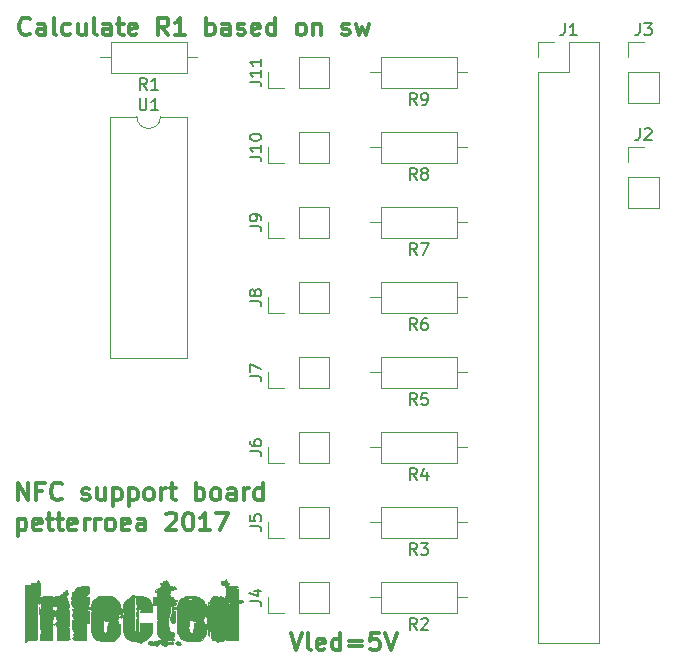
<source format=gbr>
G04 #@! TF.FileFunction,Legend,Top*
%FSLAX46Y46*%
G04 Gerber Fmt 4.6, Leading zero omitted, Abs format (unit mm)*
G04 Created by KiCad (PCBNEW 4.0.6) date Tue Nov 21 01:35:09 2017*
%MOMM*%
%LPD*%
G01*
G04 APERTURE LIST*
%ADD10C,0.100000*%
%ADD11C,0.300000*%
%ADD12C,0.120000*%
%ADD13C,0.010000*%
%ADD14C,0.150000*%
G04 APERTURE END LIST*
D10*
D11*
X134732858Y-94515714D02*
X134661429Y-94587143D01*
X134447143Y-94658571D01*
X134304286Y-94658571D01*
X134090001Y-94587143D01*
X133947143Y-94444286D01*
X133875715Y-94301429D01*
X133804286Y-94015714D01*
X133804286Y-93801429D01*
X133875715Y-93515714D01*
X133947143Y-93372857D01*
X134090001Y-93230000D01*
X134304286Y-93158571D01*
X134447143Y-93158571D01*
X134661429Y-93230000D01*
X134732858Y-93301429D01*
X136018572Y-94658571D02*
X136018572Y-93872857D01*
X135947143Y-93730000D01*
X135804286Y-93658571D01*
X135518572Y-93658571D01*
X135375715Y-93730000D01*
X136018572Y-94587143D02*
X135875715Y-94658571D01*
X135518572Y-94658571D01*
X135375715Y-94587143D01*
X135304286Y-94444286D01*
X135304286Y-94301429D01*
X135375715Y-94158571D01*
X135518572Y-94087143D01*
X135875715Y-94087143D01*
X136018572Y-94015714D01*
X136947144Y-94658571D02*
X136804286Y-94587143D01*
X136732858Y-94444286D01*
X136732858Y-93158571D01*
X138161429Y-94587143D02*
X138018572Y-94658571D01*
X137732858Y-94658571D01*
X137590000Y-94587143D01*
X137518572Y-94515714D01*
X137447143Y-94372857D01*
X137447143Y-93944286D01*
X137518572Y-93801429D01*
X137590000Y-93730000D01*
X137732858Y-93658571D01*
X138018572Y-93658571D01*
X138161429Y-93730000D01*
X139447143Y-93658571D02*
X139447143Y-94658571D01*
X138804286Y-93658571D02*
X138804286Y-94444286D01*
X138875714Y-94587143D01*
X139018572Y-94658571D01*
X139232857Y-94658571D01*
X139375714Y-94587143D01*
X139447143Y-94515714D01*
X140375715Y-94658571D02*
X140232857Y-94587143D01*
X140161429Y-94444286D01*
X140161429Y-93158571D01*
X141590000Y-94658571D02*
X141590000Y-93872857D01*
X141518571Y-93730000D01*
X141375714Y-93658571D01*
X141090000Y-93658571D01*
X140947143Y-93730000D01*
X141590000Y-94587143D02*
X141447143Y-94658571D01*
X141090000Y-94658571D01*
X140947143Y-94587143D01*
X140875714Y-94444286D01*
X140875714Y-94301429D01*
X140947143Y-94158571D01*
X141090000Y-94087143D01*
X141447143Y-94087143D01*
X141590000Y-94015714D01*
X142090000Y-93658571D02*
X142661429Y-93658571D01*
X142304286Y-93158571D02*
X142304286Y-94444286D01*
X142375714Y-94587143D01*
X142518572Y-94658571D01*
X142661429Y-94658571D01*
X143732857Y-94587143D02*
X143590000Y-94658571D01*
X143304286Y-94658571D01*
X143161429Y-94587143D01*
X143090000Y-94444286D01*
X143090000Y-93872857D01*
X143161429Y-93730000D01*
X143304286Y-93658571D01*
X143590000Y-93658571D01*
X143732857Y-93730000D01*
X143804286Y-93872857D01*
X143804286Y-94015714D01*
X143090000Y-94158571D01*
X146447143Y-94658571D02*
X145947143Y-93944286D01*
X145590000Y-94658571D02*
X145590000Y-93158571D01*
X146161428Y-93158571D01*
X146304286Y-93230000D01*
X146375714Y-93301429D01*
X146447143Y-93444286D01*
X146447143Y-93658571D01*
X146375714Y-93801429D01*
X146304286Y-93872857D01*
X146161428Y-93944286D01*
X145590000Y-93944286D01*
X147875714Y-94658571D02*
X147018571Y-94658571D01*
X147447143Y-94658571D02*
X147447143Y-93158571D01*
X147304286Y-93372857D01*
X147161428Y-93515714D01*
X147018571Y-93587143D01*
X149661428Y-94658571D02*
X149661428Y-93158571D01*
X149661428Y-93730000D02*
X149804285Y-93658571D01*
X150089999Y-93658571D01*
X150232856Y-93730000D01*
X150304285Y-93801429D01*
X150375714Y-93944286D01*
X150375714Y-94372857D01*
X150304285Y-94515714D01*
X150232856Y-94587143D01*
X150089999Y-94658571D01*
X149804285Y-94658571D01*
X149661428Y-94587143D01*
X151661428Y-94658571D02*
X151661428Y-93872857D01*
X151589999Y-93730000D01*
X151447142Y-93658571D01*
X151161428Y-93658571D01*
X151018571Y-93730000D01*
X151661428Y-94587143D02*
X151518571Y-94658571D01*
X151161428Y-94658571D01*
X151018571Y-94587143D01*
X150947142Y-94444286D01*
X150947142Y-94301429D01*
X151018571Y-94158571D01*
X151161428Y-94087143D01*
X151518571Y-94087143D01*
X151661428Y-94015714D01*
X152304285Y-94587143D02*
X152447142Y-94658571D01*
X152732857Y-94658571D01*
X152875714Y-94587143D01*
X152947142Y-94444286D01*
X152947142Y-94372857D01*
X152875714Y-94230000D01*
X152732857Y-94158571D01*
X152518571Y-94158571D01*
X152375714Y-94087143D01*
X152304285Y-93944286D01*
X152304285Y-93872857D01*
X152375714Y-93730000D01*
X152518571Y-93658571D01*
X152732857Y-93658571D01*
X152875714Y-93730000D01*
X154161428Y-94587143D02*
X154018571Y-94658571D01*
X153732857Y-94658571D01*
X153590000Y-94587143D01*
X153518571Y-94444286D01*
X153518571Y-93872857D01*
X153590000Y-93730000D01*
X153732857Y-93658571D01*
X154018571Y-93658571D01*
X154161428Y-93730000D01*
X154232857Y-93872857D01*
X154232857Y-94015714D01*
X153518571Y-94158571D01*
X155518571Y-94658571D02*
X155518571Y-93158571D01*
X155518571Y-94587143D02*
X155375714Y-94658571D01*
X155090000Y-94658571D01*
X154947142Y-94587143D01*
X154875714Y-94515714D01*
X154804285Y-94372857D01*
X154804285Y-93944286D01*
X154875714Y-93801429D01*
X154947142Y-93730000D01*
X155090000Y-93658571D01*
X155375714Y-93658571D01*
X155518571Y-93730000D01*
X157590000Y-94658571D02*
X157447142Y-94587143D01*
X157375714Y-94515714D01*
X157304285Y-94372857D01*
X157304285Y-93944286D01*
X157375714Y-93801429D01*
X157447142Y-93730000D01*
X157590000Y-93658571D01*
X157804285Y-93658571D01*
X157947142Y-93730000D01*
X158018571Y-93801429D01*
X158090000Y-93944286D01*
X158090000Y-94372857D01*
X158018571Y-94515714D01*
X157947142Y-94587143D01*
X157804285Y-94658571D01*
X157590000Y-94658571D01*
X158732857Y-93658571D02*
X158732857Y-94658571D01*
X158732857Y-93801429D02*
X158804285Y-93730000D01*
X158947143Y-93658571D01*
X159161428Y-93658571D01*
X159304285Y-93730000D01*
X159375714Y-93872857D01*
X159375714Y-94658571D01*
X161161428Y-94587143D02*
X161304285Y-94658571D01*
X161590000Y-94658571D01*
X161732857Y-94587143D01*
X161804285Y-94444286D01*
X161804285Y-94372857D01*
X161732857Y-94230000D01*
X161590000Y-94158571D01*
X161375714Y-94158571D01*
X161232857Y-94087143D01*
X161161428Y-93944286D01*
X161161428Y-93872857D01*
X161232857Y-93730000D01*
X161375714Y-93658571D01*
X161590000Y-93658571D01*
X161732857Y-93730000D01*
X162304286Y-93658571D02*
X162590000Y-94658571D01*
X162875714Y-93944286D01*
X163161429Y-94658571D01*
X163447143Y-93658571D01*
X156790001Y-145228571D02*
X157290001Y-146728571D01*
X157790001Y-145228571D01*
X158504287Y-146728571D02*
X158361429Y-146657143D01*
X158290001Y-146514286D01*
X158290001Y-145228571D01*
X159647143Y-146657143D02*
X159504286Y-146728571D01*
X159218572Y-146728571D01*
X159075715Y-146657143D01*
X159004286Y-146514286D01*
X159004286Y-145942857D01*
X159075715Y-145800000D01*
X159218572Y-145728571D01*
X159504286Y-145728571D01*
X159647143Y-145800000D01*
X159718572Y-145942857D01*
X159718572Y-146085714D01*
X159004286Y-146228571D01*
X161004286Y-146728571D02*
X161004286Y-145228571D01*
X161004286Y-146657143D02*
X160861429Y-146728571D01*
X160575715Y-146728571D01*
X160432857Y-146657143D01*
X160361429Y-146585714D01*
X160290000Y-146442857D01*
X160290000Y-146014286D01*
X160361429Y-145871429D01*
X160432857Y-145800000D01*
X160575715Y-145728571D01*
X160861429Y-145728571D01*
X161004286Y-145800000D01*
X161718572Y-145942857D02*
X162861429Y-145942857D01*
X162861429Y-146371429D02*
X161718572Y-146371429D01*
X164290001Y-145228571D02*
X163575715Y-145228571D01*
X163504286Y-145942857D01*
X163575715Y-145871429D01*
X163718572Y-145800000D01*
X164075715Y-145800000D01*
X164218572Y-145871429D01*
X164290001Y-145942857D01*
X164361429Y-146085714D01*
X164361429Y-146442857D01*
X164290001Y-146585714D01*
X164218572Y-146657143D01*
X164075715Y-146728571D01*
X163718572Y-146728571D01*
X163575715Y-146657143D01*
X163504286Y-146585714D01*
X164790000Y-145228571D02*
X165290000Y-146728571D01*
X165790000Y-145228571D01*
X133707143Y-134023571D02*
X133707143Y-132523571D01*
X134564286Y-134023571D01*
X134564286Y-132523571D01*
X135778572Y-133237857D02*
X135278572Y-133237857D01*
X135278572Y-134023571D02*
X135278572Y-132523571D01*
X135992858Y-132523571D01*
X137421429Y-133880714D02*
X137350000Y-133952143D01*
X137135714Y-134023571D01*
X136992857Y-134023571D01*
X136778572Y-133952143D01*
X136635714Y-133809286D01*
X136564286Y-133666429D01*
X136492857Y-133380714D01*
X136492857Y-133166429D01*
X136564286Y-132880714D01*
X136635714Y-132737857D01*
X136778572Y-132595000D01*
X136992857Y-132523571D01*
X137135714Y-132523571D01*
X137350000Y-132595000D01*
X137421429Y-132666429D01*
X139135714Y-133952143D02*
X139278571Y-134023571D01*
X139564286Y-134023571D01*
X139707143Y-133952143D01*
X139778571Y-133809286D01*
X139778571Y-133737857D01*
X139707143Y-133595000D01*
X139564286Y-133523571D01*
X139350000Y-133523571D01*
X139207143Y-133452143D01*
X139135714Y-133309286D01*
X139135714Y-133237857D01*
X139207143Y-133095000D01*
X139350000Y-133023571D01*
X139564286Y-133023571D01*
X139707143Y-133095000D01*
X141064286Y-133023571D02*
X141064286Y-134023571D01*
X140421429Y-133023571D02*
X140421429Y-133809286D01*
X140492857Y-133952143D01*
X140635715Y-134023571D01*
X140850000Y-134023571D01*
X140992857Y-133952143D01*
X141064286Y-133880714D01*
X141778572Y-133023571D02*
X141778572Y-134523571D01*
X141778572Y-133095000D02*
X141921429Y-133023571D01*
X142207143Y-133023571D01*
X142350000Y-133095000D01*
X142421429Y-133166429D01*
X142492858Y-133309286D01*
X142492858Y-133737857D01*
X142421429Y-133880714D01*
X142350000Y-133952143D01*
X142207143Y-134023571D01*
X141921429Y-134023571D01*
X141778572Y-133952143D01*
X143135715Y-133023571D02*
X143135715Y-134523571D01*
X143135715Y-133095000D02*
X143278572Y-133023571D01*
X143564286Y-133023571D01*
X143707143Y-133095000D01*
X143778572Y-133166429D01*
X143850001Y-133309286D01*
X143850001Y-133737857D01*
X143778572Y-133880714D01*
X143707143Y-133952143D01*
X143564286Y-134023571D01*
X143278572Y-134023571D01*
X143135715Y-133952143D01*
X144707144Y-134023571D02*
X144564286Y-133952143D01*
X144492858Y-133880714D01*
X144421429Y-133737857D01*
X144421429Y-133309286D01*
X144492858Y-133166429D01*
X144564286Y-133095000D01*
X144707144Y-133023571D01*
X144921429Y-133023571D01*
X145064286Y-133095000D01*
X145135715Y-133166429D01*
X145207144Y-133309286D01*
X145207144Y-133737857D01*
X145135715Y-133880714D01*
X145064286Y-133952143D01*
X144921429Y-134023571D01*
X144707144Y-134023571D01*
X145850001Y-134023571D02*
X145850001Y-133023571D01*
X145850001Y-133309286D02*
X145921429Y-133166429D01*
X145992858Y-133095000D01*
X146135715Y-133023571D01*
X146278572Y-133023571D01*
X146564286Y-133023571D02*
X147135715Y-133023571D01*
X146778572Y-132523571D02*
X146778572Y-133809286D01*
X146850000Y-133952143D01*
X146992858Y-134023571D01*
X147135715Y-134023571D01*
X148778572Y-134023571D02*
X148778572Y-132523571D01*
X148778572Y-133095000D02*
X148921429Y-133023571D01*
X149207143Y-133023571D01*
X149350000Y-133095000D01*
X149421429Y-133166429D01*
X149492858Y-133309286D01*
X149492858Y-133737857D01*
X149421429Y-133880714D01*
X149350000Y-133952143D01*
X149207143Y-134023571D01*
X148921429Y-134023571D01*
X148778572Y-133952143D01*
X150350001Y-134023571D02*
X150207143Y-133952143D01*
X150135715Y-133880714D01*
X150064286Y-133737857D01*
X150064286Y-133309286D01*
X150135715Y-133166429D01*
X150207143Y-133095000D01*
X150350001Y-133023571D01*
X150564286Y-133023571D01*
X150707143Y-133095000D01*
X150778572Y-133166429D01*
X150850001Y-133309286D01*
X150850001Y-133737857D01*
X150778572Y-133880714D01*
X150707143Y-133952143D01*
X150564286Y-134023571D01*
X150350001Y-134023571D01*
X152135715Y-134023571D02*
X152135715Y-133237857D01*
X152064286Y-133095000D01*
X151921429Y-133023571D01*
X151635715Y-133023571D01*
X151492858Y-133095000D01*
X152135715Y-133952143D02*
X151992858Y-134023571D01*
X151635715Y-134023571D01*
X151492858Y-133952143D01*
X151421429Y-133809286D01*
X151421429Y-133666429D01*
X151492858Y-133523571D01*
X151635715Y-133452143D01*
X151992858Y-133452143D01*
X152135715Y-133380714D01*
X152850001Y-134023571D02*
X152850001Y-133023571D01*
X152850001Y-133309286D02*
X152921429Y-133166429D01*
X152992858Y-133095000D01*
X153135715Y-133023571D01*
X153278572Y-133023571D01*
X154421429Y-134023571D02*
X154421429Y-132523571D01*
X154421429Y-133952143D02*
X154278572Y-134023571D01*
X153992858Y-134023571D01*
X153850000Y-133952143D01*
X153778572Y-133880714D01*
X153707143Y-133737857D01*
X153707143Y-133309286D01*
X153778572Y-133166429D01*
X153850000Y-133095000D01*
X153992858Y-133023571D01*
X154278572Y-133023571D01*
X154421429Y-133095000D01*
X133707143Y-135573571D02*
X133707143Y-137073571D01*
X133707143Y-135645000D02*
X133850000Y-135573571D01*
X134135714Y-135573571D01*
X134278571Y-135645000D01*
X134350000Y-135716429D01*
X134421429Y-135859286D01*
X134421429Y-136287857D01*
X134350000Y-136430714D01*
X134278571Y-136502143D01*
X134135714Y-136573571D01*
X133850000Y-136573571D01*
X133707143Y-136502143D01*
X135635714Y-136502143D02*
X135492857Y-136573571D01*
X135207143Y-136573571D01*
X135064286Y-136502143D01*
X134992857Y-136359286D01*
X134992857Y-135787857D01*
X135064286Y-135645000D01*
X135207143Y-135573571D01*
X135492857Y-135573571D01*
X135635714Y-135645000D01*
X135707143Y-135787857D01*
X135707143Y-135930714D01*
X134992857Y-136073571D01*
X136135714Y-135573571D02*
X136707143Y-135573571D01*
X136350000Y-135073571D02*
X136350000Y-136359286D01*
X136421428Y-136502143D01*
X136564286Y-136573571D01*
X136707143Y-136573571D01*
X136992857Y-135573571D02*
X137564286Y-135573571D01*
X137207143Y-135073571D02*
X137207143Y-136359286D01*
X137278571Y-136502143D01*
X137421429Y-136573571D01*
X137564286Y-136573571D01*
X138635714Y-136502143D02*
X138492857Y-136573571D01*
X138207143Y-136573571D01*
X138064286Y-136502143D01*
X137992857Y-136359286D01*
X137992857Y-135787857D01*
X138064286Y-135645000D01*
X138207143Y-135573571D01*
X138492857Y-135573571D01*
X138635714Y-135645000D01*
X138707143Y-135787857D01*
X138707143Y-135930714D01*
X137992857Y-136073571D01*
X139350000Y-136573571D02*
X139350000Y-135573571D01*
X139350000Y-135859286D02*
X139421428Y-135716429D01*
X139492857Y-135645000D01*
X139635714Y-135573571D01*
X139778571Y-135573571D01*
X140278571Y-136573571D02*
X140278571Y-135573571D01*
X140278571Y-135859286D02*
X140349999Y-135716429D01*
X140421428Y-135645000D01*
X140564285Y-135573571D01*
X140707142Y-135573571D01*
X141421428Y-136573571D02*
X141278570Y-136502143D01*
X141207142Y-136430714D01*
X141135713Y-136287857D01*
X141135713Y-135859286D01*
X141207142Y-135716429D01*
X141278570Y-135645000D01*
X141421428Y-135573571D01*
X141635713Y-135573571D01*
X141778570Y-135645000D01*
X141849999Y-135716429D01*
X141921428Y-135859286D01*
X141921428Y-136287857D01*
X141849999Y-136430714D01*
X141778570Y-136502143D01*
X141635713Y-136573571D01*
X141421428Y-136573571D01*
X143135713Y-136502143D02*
X142992856Y-136573571D01*
X142707142Y-136573571D01*
X142564285Y-136502143D01*
X142492856Y-136359286D01*
X142492856Y-135787857D01*
X142564285Y-135645000D01*
X142707142Y-135573571D01*
X142992856Y-135573571D01*
X143135713Y-135645000D01*
X143207142Y-135787857D01*
X143207142Y-135930714D01*
X142492856Y-136073571D01*
X144492856Y-136573571D02*
X144492856Y-135787857D01*
X144421427Y-135645000D01*
X144278570Y-135573571D01*
X143992856Y-135573571D01*
X143849999Y-135645000D01*
X144492856Y-136502143D02*
X144349999Y-136573571D01*
X143992856Y-136573571D01*
X143849999Y-136502143D01*
X143778570Y-136359286D01*
X143778570Y-136216429D01*
X143849999Y-136073571D01*
X143992856Y-136002143D01*
X144349999Y-136002143D01*
X144492856Y-135930714D01*
X146278570Y-135216429D02*
X146349999Y-135145000D01*
X146492856Y-135073571D01*
X146849999Y-135073571D01*
X146992856Y-135145000D01*
X147064285Y-135216429D01*
X147135713Y-135359286D01*
X147135713Y-135502143D01*
X147064285Y-135716429D01*
X146207142Y-136573571D01*
X147135713Y-136573571D01*
X148064284Y-135073571D02*
X148207141Y-135073571D01*
X148349998Y-135145000D01*
X148421427Y-135216429D01*
X148492856Y-135359286D01*
X148564284Y-135645000D01*
X148564284Y-136002143D01*
X148492856Y-136287857D01*
X148421427Y-136430714D01*
X148349998Y-136502143D01*
X148207141Y-136573571D01*
X148064284Y-136573571D01*
X147921427Y-136502143D01*
X147849998Y-136430714D01*
X147778570Y-136287857D01*
X147707141Y-136002143D01*
X147707141Y-135645000D01*
X147778570Y-135359286D01*
X147849998Y-135216429D01*
X147921427Y-135145000D01*
X148064284Y-135073571D01*
X149992855Y-136573571D02*
X149135712Y-136573571D01*
X149564284Y-136573571D02*
X149564284Y-135073571D01*
X149421427Y-135287857D01*
X149278569Y-135430714D01*
X149135712Y-135502143D01*
X150492855Y-135073571D02*
X151492855Y-135073571D01*
X150849998Y-136573571D01*
D12*
X177740000Y-146110000D02*
X182940000Y-146110000D01*
X177740000Y-97790000D02*
X177740000Y-146110000D01*
X182940000Y-95190000D02*
X182940000Y-146110000D01*
X177740000Y-97790000D02*
X180340000Y-97790000D01*
X180340000Y-97790000D02*
X180340000Y-95190000D01*
X180340000Y-95190000D02*
X182940000Y-95190000D01*
X177740000Y-96520000D02*
X177740000Y-95190000D01*
X177740000Y-95190000D02*
X179070000Y-95190000D01*
X185360000Y-106680000D02*
X185360000Y-109280000D01*
X185360000Y-109280000D02*
X188020000Y-109280000D01*
X188020000Y-109280000D02*
X188020000Y-106680000D01*
X188020000Y-106680000D02*
X185360000Y-106680000D01*
X185360000Y-105410000D02*
X185360000Y-104080000D01*
X185360000Y-104080000D02*
X186690000Y-104080000D01*
X185360000Y-97790000D02*
X185360000Y-100390000D01*
X185360000Y-100390000D02*
X188020000Y-100390000D01*
X188020000Y-100390000D02*
X188020000Y-97790000D01*
X188020000Y-97790000D02*
X185360000Y-97790000D01*
X185360000Y-96520000D02*
X185360000Y-95190000D01*
X185360000Y-95190000D02*
X186690000Y-95190000D01*
X157480000Y-143570000D02*
X160080000Y-143570000D01*
X160080000Y-143570000D02*
X160080000Y-140910000D01*
X160080000Y-140910000D02*
X157480000Y-140910000D01*
X157480000Y-140910000D02*
X157480000Y-143570000D01*
X156210000Y-143570000D02*
X154880000Y-143570000D01*
X154880000Y-143570000D02*
X154880000Y-142240000D01*
X157480000Y-137220000D02*
X160080000Y-137220000D01*
X160080000Y-137220000D02*
X160080000Y-134560000D01*
X160080000Y-134560000D02*
X157480000Y-134560000D01*
X157480000Y-134560000D02*
X157480000Y-137220000D01*
X156210000Y-137220000D02*
X154880000Y-137220000D01*
X154880000Y-137220000D02*
X154880000Y-135890000D01*
X157480000Y-130870000D02*
X160080000Y-130870000D01*
X160080000Y-130870000D02*
X160080000Y-128210000D01*
X160080000Y-128210000D02*
X157480000Y-128210000D01*
X157480000Y-128210000D02*
X157480000Y-130870000D01*
X156210000Y-130870000D02*
X154880000Y-130870000D01*
X154880000Y-130870000D02*
X154880000Y-129540000D01*
X157480000Y-124520000D02*
X160080000Y-124520000D01*
X160080000Y-124520000D02*
X160080000Y-121860000D01*
X160080000Y-121860000D02*
X157480000Y-121860000D01*
X157480000Y-121860000D02*
X157480000Y-124520000D01*
X156210000Y-124520000D02*
X154880000Y-124520000D01*
X154880000Y-124520000D02*
X154880000Y-123190000D01*
X157480000Y-118170000D02*
X160080000Y-118170000D01*
X160080000Y-118170000D02*
X160080000Y-115510000D01*
X160080000Y-115510000D02*
X157480000Y-115510000D01*
X157480000Y-115510000D02*
X157480000Y-118170000D01*
X156210000Y-118170000D02*
X154880000Y-118170000D01*
X154880000Y-118170000D02*
X154880000Y-116840000D01*
X157480000Y-111820000D02*
X160080000Y-111820000D01*
X160080000Y-111820000D02*
X160080000Y-109160000D01*
X160080000Y-109160000D02*
X157480000Y-109160000D01*
X157480000Y-109160000D02*
X157480000Y-111820000D01*
X156210000Y-111820000D02*
X154880000Y-111820000D01*
X154880000Y-111820000D02*
X154880000Y-110490000D01*
X157480000Y-105470000D02*
X160080000Y-105470000D01*
X160080000Y-105470000D02*
X160080000Y-102810000D01*
X160080000Y-102810000D02*
X157480000Y-102810000D01*
X157480000Y-102810000D02*
X157480000Y-105470000D01*
X156210000Y-105470000D02*
X154880000Y-105470000D01*
X154880000Y-105470000D02*
X154880000Y-104140000D01*
X157480000Y-99120000D02*
X160080000Y-99120000D01*
X160080000Y-99120000D02*
X160080000Y-96460000D01*
X160080000Y-96460000D02*
X157480000Y-96460000D01*
X157480000Y-96460000D02*
X157480000Y-99120000D01*
X156210000Y-99120000D02*
X154880000Y-99120000D01*
X154880000Y-99120000D02*
X154880000Y-97790000D01*
X147990000Y-97830000D02*
X147990000Y-95210000D01*
X147990000Y-95210000D02*
X141570000Y-95210000D01*
X141570000Y-95210000D02*
X141570000Y-97830000D01*
X141570000Y-97830000D02*
X147990000Y-97830000D01*
X148880000Y-96520000D02*
X147990000Y-96520000D01*
X140680000Y-96520000D02*
X141570000Y-96520000D01*
X170850000Y-143550000D02*
X170850000Y-140930000D01*
X170850000Y-140930000D02*
X164430000Y-140930000D01*
X164430000Y-140930000D02*
X164430000Y-143550000D01*
X164430000Y-143550000D02*
X170850000Y-143550000D01*
X171740000Y-142240000D02*
X170850000Y-142240000D01*
X163540000Y-142240000D02*
X164430000Y-142240000D01*
X170850000Y-137200000D02*
X170850000Y-134580000D01*
X170850000Y-134580000D02*
X164430000Y-134580000D01*
X164430000Y-134580000D02*
X164430000Y-137200000D01*
X164430000Y-137200000D02*
X170850000Y-137200000D01*
X171740000Y-135890000D02*
X170850000Y-135890000D01*
X163540000Y-135890000D02*
X164430000Y-135890000D01*
X170850000Y-130850000D02*
X170850000Y-128230000D01*
X170850000Y-128230000D02*
X164430000Y-128230000D01*
X164430000Y-128230000D02*
X164430000Y-130850000D01*
X164430000Y-130850000D02*
X170850000Y-130850000D01*
X171740000Y-129540000D02*
X170850000Y-129540000D01*
X163540000Y-129540000D02*
X164430000Y-129540000D01*
X170850000Y-124500000D02*
X170850000Y-121880000D01*
X170850000Y-121880000D02*
X164430000Y-121880000D01*
X164430000Y-121880000D02*
X164430000Y-124500000D01*
X164430000Y-124500000D02*
X170850000Y-124500000D01*
X171740000Y-123190000D02*
X170850000Y-123190000D01*
X163540000Y-123190000D02*
X164430000Y-123190000D01*
X170850000Y-118150000D02*
X170850000Y-115530000D01*
X170850000Y-115530000D02*
X164430000Y-115530000D01*
X164430000Y-115530000D02*
X164430000Y-118150000D01*
X164430000Y-118150000D02*
X170850000Y-118150000D01*
X171740000Y-116840000D02*
X170850000Y-116840000D01*
X163540000Y-116840000D02*
X164430000Y-116840000D01*
X170850000Y-111800000D02*
X170850000Y-109180000D01*
X170850000Y-109180000D02*
X164430000Y-109180000D01*
X164430000Y-109180000D02*
X164430000Y-111800000D01*
X164430000Y-111800000D02*
X170850000Y-111800000D01*
X171740000Y-110490000D02*
X170850000Y-110490000D01*
X163540000Y-110490000D02*
X164430000Y-110490000D01*
X170850000Y-105450000D02*
X170850000Y-102830000D01*
X170850000Y-102830000D02*
X164430000Y-102830000D01*
X164430000Y-102830000D02*
X164430000Y-105450000D01*
X164430000Y-105450000D02*
X170850000Y-105450000D01*
X171740000Y-104140000D02*
X170850000Y-104140000D01*
X163540000Y-104140000D02*
X164430000Y-104140000D01*
X170850000Y-99100000D02*
X170850000Y-96480000D01*
X170850000Y-96480000D02*
X164430000Y-96480000D01*
X164430000Y-96480000D02*
X164430000Y-99100000D01*
X164430000Y-99100000D02*
X170850000Y-99100000D01*
X171740000Y-97790000D02*
X170850000Y-97790000D01*
X163540000Y-97790000D02*
X164430000Y-97790000D01*
X145780000Y-101540000D02*
G75*
G02X143780000Y-101540000I-1000000J0D01*
G01*
X143780000Y-101540000D02*
X141545000Y-101540000D01*
X141545000Y-101540000D02*
X141545000Y-121980000D01*
X141545000Y-121980000D02*
X148015000Y-121980000D01*
X148015000Y-121980000D02*
X148015000Y-101540000D01*
X148015000Y-101540000D02*
X145780000Y-101540000D01*
D13*
G36*
X147108788Y-142691898D02*
X147129415Y-142712260D01*
X147123282Y-142748666D01*
X147102375Y-142797263D01*
X147032960Y-142886599D01*
X146966426Y-142894370D01*
X146885991Y-142911401D01*
X146855665Y-142963749D01*
X146828763Y-143026720D01*
X146794468Y-143008751D01*
X146766692Y-142972295D01*
X146708735Y-142917318D01*
X146647018Y-142939885D01*
X146632270Y-142951671D01*
X146590066Y-143014271D01*
X146566548Y-143127221D01*
X146558173Y-143309530D01*
X146558000Y-143350170D01*
X146550157Y-143555621D01*
X146526945Y-143675016D01*
X146502432Y-143705553D01*
X146478815Y-143743856D01*
X146462899Y-143845950D01*
X146454061Y-144020290D01*
X146451682Y-144275331D01*
X146452284Y-144388304D01*
X146455639Y-144652879D01*
X146461928Y-144840299D01*
X146473036Y-144965767D01*
X146490847Y-145044486D01*
X146517244Y-145091659D01*
X146542262Y-145114360D01*
X146655119Y-145158519D01*
X146738471Y-145162822D01*
X146829353Y-145174715D01*
X146884206Y-145253175D01*
X146893145Y-145277978D01*
X146913830Y-145398737D01*
X146902325Y-145485797D01*
X146881551Y-145586531D01*
X146878738Y-145718519D01*
X146878847Y-145720177D01*
X146889210Y-145875263D01*
X146619696Y-145846047D01*
X146427643Y-145836566D01*
X146300562Y-145854032D01*
X146246239Y-145895132D01*
X146272459Y-145956549D01*
X146301281Y-145981605D01*
X146402240Y-146026542D01*
X146532797Y-146047033D01*
X146658163Y-146042266D01*
X146743547Y-146011431D01*
X146758454Y-145992273D01*
X146790203Y-145962868D01*
X146830868Y-146003819D01*
X146879924Y-146099199D01*
X146857025Y-146155696D01*
X146755369Y-146179935D01*
X146648267Y-146181634D01*
X146480520Y-146189972D01*
X146367071Y-146230776D01*
X146310473Y-146274829D01*
X146226136Y-146344270D01*
X146155040Y-146361370D01*
X146066690Y-146324294D01*
X145962352Y-146253864D01*
X145820093Y-146168003D01*
X145716535Y-146150553D01*
X145628880Y-146201013D01*
X145588616Y-146245660D01*
X145522349Y-146312044D01*
X145452161Y-146323467D01*
X145350304Y-146293452D01*
X145199282Y-146258874D01*
X145027608Y-146245533D01*
X144999919Y-146246129D01*
X144835043Y-146234286D01*
X144737974Y-146186570D01*
X144717697Y-146109250D01*
X144737943Y-146063361D01*
X144845244Y-145947640D01*
X144962141Y-145920129D01*
X145037459Y-145949080D01*
X145132335Y-145984509D01*
X145195755Y-145957539D01*
X145290168Y-145928240D01*
X145423045Y-145936936D01*
X145535262Y-145949910D01*
X145582152Y-145928051D01*
X145588182Y-145896407D01*
X145607372Y-145851342D01*
X145679503Y-145842534D01*
X145759821Y-145852752D01*
X145931461Y-145880605D01*
X145745908Y-145703637D01*
X146604182Y-145703637D01*
X146627273Y-145726728D01*
X146650364Y-145703637D01*
X146627273Y-145680546D01*
X146604182Y-145703637D01*
X145745908Y-145703637D01*
X145741839Y-145699757D01*
X145633914Y-145584018D01*
X145558960Y-145464504D01*
X145512116Y-145322168D01*
X145488522Y-145137964D01*
X145483316Y-144892847D01*
X145487188Y-144702007D01*
X145495805Y-144478142D01*
X145507915Y-144330575D01*
X145518333Y-144281362D01*
X146125017Y-144281362D01*
X146188546Y-144287799D01*
X146254107Y-144280542D01*
X146246273Y-144264506D01*
X146151723Y-144258406D01*
X146130818Y-144264506D01*
X146125017Y-144281362D01*
X145518333Y-144281362D01*
X145526403Y-144243241D01*
X145531585Y-144235180D01*
X145801744Y-144235180D01*
X145865273Y-144241618D01*
X145930834Y-144234360D01*
X145923000Y-144218324D01*
X145828450Y-144212225D01*
X145807546Y-144218324D01*
X145801744Y-144235180D01*
X145531585Y-144235180D01*
X145554155Y-144200076D01*
X145579552Y-144187819D01*
X145631778Y-144170598D01*
X145593125Y-144163054D01*
X145576637Y-144161903D01*
X145539296Y-144148932D01*
X145514735Y-144104991D01*
X145499819Y-144013632D01*
X145491411Y-143858407D01*
X145487572Y-143694728D01*
X145483707Y-143486349D01*
X145480062Y-143303766D01*
X145477162Y-143172747D01*
X145476026Y-143130407D01*
X145480653Y-143091541D01*
X145505661Y-143058596D01*
X145563555Y-143027040D01*
X145666840Y-142992345D01*
X145828022Y-142949980D01*
X146059607Y-142895415D01*
X146234727Y-142855574D01*
X146547520Y-142785075D01*
X146780765Y-142734168D01*
X146945020Y-142702142D01*
X147050842Y-142688289D01*
X147108788Y-142691898D01*
X147108788Y-142691898D01*
G37*
X147108788Y-142691898D02*
X147129415Y-142712260D01*
X147123282Y-142748666D01*
X147102375Y-142797263D01*
X147032960Y-142886599D01*
X146966426Y-142894370D01*
X146885991Y-142911401D01*
X146855665Y-142963749D01*
X146828763Y-143026720D01*
X146794468Y-143008751D01*
X146766692Y-142972295D01*
X146708735Y-142917318D01*
X146647018Y-142939885D01*
X146632270Y-142951671D01*
X146590066Y-143014271D01*
X146566548Y-143127221D01*
X146558173Y-143309530D01*
X146558000Y-143350170D01*
X146550157Y-143555621D01*
X146526945Y-143675016D01*
X146502432Y-143705553D01*
X146478815Y-143743856D01*
X146462899Y-143845950D01*
X146454061Y-144020290D01*
X146451682Y-144275331D01*
X146452284Y-144388304D01*
X146455639Y-144652879D01*
X146461928Y-144840299D01*
X146473036Y-144965767D01*
X146490847Y-145044486D01*
X146517244Y-145091659D01*
X146542262Y-145114360D01*
X146655119Y-145158519D01*
X146738471Y-145162822D01*
X146829353Y-145174715D01*
X146884206Y-145253175D01*
X146893145Y-145277978D01*
X146913830Y-145398737D01*
X146902325Y-145485797D01*
X146881551Y-145586531D01*
X146878738Y-145718519D01*
X146878847Y-145720177D01*
X146889210Y-145875263D01*
X146619696Y-145846047D01*
X146427643Y-145836566D01*
X146300562Y-145854032D01*
X146246239Y-145895132D01*
X146272459Y-145956549D01*
X146301281Y-145981605D01*
X146402240Y-146026542D01*
X146532797Y-146047033D01*
X146658163Y-146042266D01*
X146743547Y-146011431D01*
X146758454Y-145992273D01*
X146790203Y-145962868D01*
X146830868Y-146003819D01*
X146879924Y-146099199D01*
X146857025Y-146155696D01*
X146755369Y-146179935D01*
X146648267Y-146181634D01*
X146480520Y-146189972D01*
X146367071Y-146230776D01*
X146310473Y-146274829D01*
X146226136Y-146344270D01*
X146155040Y-146361370D01*
X146066690Y-146324294D01*
X145962352Y-146253864D01*
X145820093Y-146168003D01*
X145716535Y-146150553D01*
X145628880Y-146201013D01*
X145588616Y-146245660D01*
X145522349Y-146312044D01*
X145452161Y-146323467D01*
X145350304Y-146293452D01*
X145199282Y-146258874D01*
X145027608Y-146245533D01*
X144999919Y-146246129D01*
X144835043Y-146234286D01*
X144737974Y-146186570D01*
X144717697Y-146109250D01*
X144737943Y-146063361D01*
X144845244Y-145947640D01*
X144962141Y-145920129D01*
X145037459Y-145949080D01*
X145132335Y-145984509D01*
X145195755Y-145957539D01*
X145290168Y-145928240D01*
X145423045Y-145936936D01*
X145535262Y-145949910D01*
X145582152Y-145928051D01*
X145588182Y-145896407D01*
X145607372Y-145851342D01*
X145679503Y-145842534D01*
X145759821Y-145852752D01*
X145931461Y-145880605D01*
X145745908Y-145703637D01*
X146604182Y-145703637D01*
X146627273Y-145726728D01*
X146650364Y-145703637D01*
X146627273Y-145680546D01*
X146604182Y-145703637D01*
X145745908Y-145703637D01*
X145741839Y-145699757D01*
X145633914Y-145584018D01*
X145558960Y-145464504D01*
X145512116Y-145322168D01*
X145488522Y-145137964D01*
X145483316Y-144892847D01*
X145487188Y-144702007D01*
X145495805Y-144478142D01*
X145507915Y-144330575D01*
X145518333Y-144281362D01*
X146125017Y-144281362D01*
X146188546Y-144287799D01*
X146254107Y-144280542D01*
X146246273Y-144264506D01*
X146151723Y-144258406D01*
X146130818Y-144264506D01*
X146125017Y-144281362D01*
X145518333Y-144281362D01*
X145526403Y-144243241D01*
X145531585Y-144235180D01*
X145801744Y-144235180D01*
X145865273Y-144241618D01*
X145930834Y-144234360D01*
X145923000Y-144218324D01*
X145828450Y-144212225D01*
X145807546Y-144218324D01*
X145801744Y-144235180D01*
X145531585Y-144235180D01*
X145554155Y-144200076D01*
X145579552Y-144187819D01*
X145631778Y-144170598D01*
X145593125Y-144163054D01*
X145576637Y-144161903D01*
X145539296Y-144148932D01*
X145514735Y-144104991D01*
X145499819Y-144013632D01*
X145491411Y-143858407D01*
X145487572Y-143694728D01*
X145483707Y-143486349D01*
X145480062Y-143303766D01*
X145477162Y-143172747D01*
X145476026Y-143130407D01*
X145480653Y-143091541D01*
X145505661Y-143058596D01*
X145563555Y-143027040D01*
X145666840Y-142992345D01*
X145828022Y-142949980D01*
X146059607Y-142895415D01*
X146234727Y-142855574D01*
X146547520Y-142785075D01*
X146780765Y-142734168D01*
X146945020Y-142702142D01*
X147050842Y-142688289D01*
X147108788Y-142691898D01*
G36*
X147363967Y-145990326D02*
X147436913Y-146060664D01*
X147449649Y-146085802D01*
X147476440Y-146179146D01*
X147438738Y-146242793D01*
X147413255Y-146262878D01*
X147301144Y-146320193D01*
X147207651Y-146299020D01*
X147118114Y-146208689D01*
X147050990Y-146088224D01*
X147066979Y-146007097D01*
X147164299Y-145968949D01*
X147236451Y-145966857D01*
X147363967Y-145990326D01*
X147363967Y-145990326D01*
G37*
X147363967Y-145990326D02*
X147436913Y-146060664D01*
X147449649Y-146085802D01*
X147476440Y-146179146D01*
X147438738Y-146242793D01*
X147413255Y-146262878D01*
X147301144Y-146320193D01*
X147207651Y-146299020D01*
X147118114Y-146208689D01*
X147050990Y-146088224D01*
X147066979Y-146007097D01*
X147164299Y-145968949D01*
X147236451Y-145966857D01*
X147363967Y-145990326D01*
G36*
X143554981Y-143500906D02*
X143540223Y-143601340D01*
X143519083Y-143725266D01*
X143510006Y-143814626D01*
X143510000Y-143815955D01*
X143471934Y-143871156D01*
X143429182Y-143882382D01*
X143388847Y-143892014D01*
X143433226Y-143919065D01*
X143455174Y-143928149D01*
X143499613Y-143949643D01*
X143529274Y-143982751D01*
X143546734Y-144043808D01*
X143554571Y-144149146D01*
X143555362Y-144315102D01*
X143551973Y-144541582D01*
X143550907Y-144765685D01*
X143555336Y-144958386D01*
X143564433Y-145099639D01*
X143577371Y-145169396D01*
X143577936Y-145170382D01*
X143621863Y-145204016D01*
X143655386Y-145147967D01*
X143677948Y-145004391D01*
X143688989Y-144775441D01*
X143689555Y-144739042D01*
X143700247Y-144412774D01*
X143723199Y-144177030D01*
X143758583Y-144030765D01*
X143806571Y-143972935D01*
X143815426Y-143971819D01*
X143842733Y-143989389D01*
X143861450Y-144050654D01*
X143872988Y-144168443D01*
X143878756Y-144355585D01*
X143880162Y-144560637D01*
X143885088Y-144835930D01*
X143898358Y-145049476D01*
X143918804Y-145194388D01*
X143945260Y-145263776D01*
X143976559Y-145250754D01*
X143991457Y-145217433D01*
X144005055Y-145140032D01*
X144018030Y-144999155D01*
X144027796Y-144823667D01*
X144028578Y-144803091D01*
X144041091Y-144456728D01*
X145057091Y-144456728D01*
X145054580Y-144849273D01*
X145047322Y-145073060D01*
X145025259Y-145235814D01*
X144982887Y-145368398D01*
X144949417Y-145438710D01*
X144821105Y-145618022D01*
X144644834Y-145779011D01*
X144452196Y-145896001D01*
X144338598Y-145935133D01*
X144242610Y-145975501D01*
X144202727Y-146030579D01*
X144170922Y-146085080D01*
X144145000Y-146088791D01*
X144062005Y-146078539D01*
X143937536Y-146063513D01*
X143925637Y-146062090D01*
X143791653Y-146028810D01*
X143688510Y-145974656D01*
X143685043Y-145971644D01*
X143564901Y-145922296D01*
X143484363Y-145931058D01*
X143344825Y-145927516D01*
X143172832Y-145868839D01*
X142997882Y-145768397D01*
X142855400Y-145646027D01*
X142774146Y-145543955D01*
X142714706Y-145428167D01*
X142673952Y-145282893D01*
X142648758Y-145092367D01*
X142635999Y-144840819D01*
X142632546Y-144522035D01*
X142632546Y-143862152D01*
X143041773Y-143862152D01*
X143103113Y-143870147D01*
X143117455Y-143870452D01*
X143196325Y-143865460D01*
X143203269Y-143851003D01*
X143199152Y-143849163D01*
X143107472Y-143840027D01*
X143060606Y-143847451D01*
X143041773Y-143862152D01*
X142632546Y-143862152D01*
X142632546Y-143839125D01*
X142782637Y-143820499D01*
X142932727Y-143801873D01*
X142782637Y-143794482D01*
X142669551Y-143770640D01*
X142632546Y-143722454D01*
X142678403Y-143674451D01*
X142816132Y-143623105D01*
X142990455Y-143580029D01*
X143176572Y-143539345D01*
X143339924Y-143503226D01*
X143449208Y-143478601D01*
X143459405Y-143476233D01*
X143533011Y-143466398D01*
X143554981Y-143500906D01*
X143554981Y-143500906D01*
G37*
X143554981Y-143500906D02*
X143540223Y-143601340D01*
X143519083Y-143725266D01*
X143510006Y-143814626D01*
X143510000Y-143815955D01*
X143471934Y-143871156D01*
X143429182Y-143882382D01*
X143388847Y-143892014D01*
X143433226Y-143919065D01*
X143455174Y-143928149D01*
X143499613Y-143949643D01*
X143529274Y-143982751D01*
X143546734Y-144043808D01*
X143554571Y-144149146D01*
X143555362Y-144315102D01*
X143551973Y-144541582D01*
X143550907Y-144765685D01*
X143555336Y-144958386D01*
X143564433Y-145099639D01*
X143577371Y-145169396D01*
X143577936Y-145170382D01*
X143621863Y-145204016D01*
X143655386Y-145147967D01*
X143677948Y-145004391D01*
X143688989Y-144775441D01*
X143689555Y-144739042D01*
X143700247Y-144412774D01*
X143723199Y-144177030D01*
X143758583Y-144030765D01*
X143806571Y-143972935D01*
X143815426Y-143971819D01*
X143842733Y-143989389D01*
X143861450Y-144050654D01*
X143872988Y-144168443D01*
X143878756Y-144355585D01*
X143880162Y-144560637D01*
X143885088Y-144835930D01*
X143898358Y-145049476D01*
X143918804Y-145194388D01*
X143945260Y-145263776D01*
X143976559Y-145250754D01*
X143991457Y-145217433D01*
X144005055Y-145140032D01*
X144018030Y-144999155D01*
X144027796Y-144823667D01*
X144028578Y-144803091D01*
X144041091Y-144456728D01*
X145057091Y-144456728D01*
X145054580Y-144849273D01*
X145047322Y-145073060D01*
X145025259Y-145235814D01*
X144982887Y-145368398D01*
X144949417Y-145438710D01*
X144821105Y-145618022D01*
X144644834Y-145779011D01*
X144452196Y-145896001D01*
X144338598Y-145935133D01*
X144242610Y-145975501D01*
X144202727Y-146030579D01*
X144170922Y-146085080D01*
X144145000Y-146088791D01*
X144062005Y-146078539D01*
X143937536Y-146063513D01*
X143925637Y-146062090D01*
X143791653Y-146028810D01*
X143688510Y-145974656D01*
X143685043Y-145971644D01*
X143564901Y-145922296D01*
X143484363Y-145931058D01*
X143344825Y-145927516D01*
X143172832Y-145868839D01*
X142997882Y-145768397D01*
X142855400Y-145646027D01*
X142774146Y-145543955D01*
X142714706Y-145428167D01*
X142673952Y-145282893D01*
X142648758Y-145092367D01*
X142635999Y-144840819D01*
X142632546Y-144522035D01*
X142632546Y-143862152D01*
X143041773Y-143862152D01*
X143103113Y-143870147D01*
X143117455Y-143870452D01*
X143196325Y-143865460D01*
X143203269Y-143851003D01*
X143199152Y-143849163D01*
X143107472Y-143840027D01*
X143060606Y-143847451D01*
X143041773Y-143862152D01*
X142632546Y-143862152D01*
X142632546Y-143839125D01*
X142782637Y-143820499D01*
X142932727Y-143801873D01*
X142782637Y-143794482D01*
X142669551Y-143770640D01*
X142632546Y-143722454D01*
X142678403Y-143674451D01*
X142816132Y-143623105D01*
X142990455Y-143580029D01*
X143176572Y-143539345D01*
X143339924Y-143503226D01*
X143449208Y-143478601D01*
X143459405Y-143476233D01*
X143533011Y-143466398D01*
X143554981Y-143500906D01*
G36*
X135478864Y-140907808D02*
X135512748Y-140944715D01*
X135537326Y-140986690D01*
X135553460Y-141047072D01*
X135562013Y-141139200D01*
X135563845Y-141276412D01*
X135559821Y-141472048D01*
X135550802Y-141739446D01*
X135544172Y-141918020D01*
X135530696Y-142223663D01*
X135515713Y-142469255D01*
X135499943Y-142646597D01*
X135484106Y-142747488D01*
X135469810Y-142765304D01*
X135446629Y-142684824D01*
X135431753Y-142549258D01*
X135428889Y-142459364D01*
X135420560Y-142323901D01*
X135399924Y-142235900D01*
X135382000Y-142216910D01*
X135357401Y-142258975D01*
X135340724Y-142368864D01*
X135335818Y-142494000D01*
X135333617Y-142647537D01*
X135320363Y-142730839D01*
X135286084Y-142766028D01*
X135220804Y-142775228D01*
X135208818Y-142775695D01*
X135081818Y-142780298D01*
X135197273Y-142812613D01*
X135273631Y-142848812D01*
X135308005Y-142920184D01*
X135316693Y-143031064D01*
X135323797Y-143159679D01*
X135336523Y-143247983D01*
X135340411Y-143259692D01*
X135345584Y-143316682D01*
X135348801Y-143451776D01*
X135350002Y-143650733D01*
X135349125Y-143899312D01*
X135346111Y-144183273D01*
X135344711Y-144277676D01*
X135329260Y-145253170D01*
X135136267Y-145302624D01*
X134943273Y-145352078D01*
X135139546Y-145327525D01*
X135335818Y-145302973D01*
X135335818Y-145555259D01*
X135332896Y-145700650D01*
X135315397Y-145779202D01*
X135270225Y-145816430D01*
X135191500Y-145836410D01*
X135065825Y-145852141D01*
X134892000Y-145862624D01*
X134758159Y-145865273D01*
X134596553Y-145869129D01*
X134504642Y-145885121D01*
X134459921Y-145919887D01*
X134444983Y-145957637D01*
X134401140Y-146032523D01*
X134343131Y-146048768D01*
X134310150Y-146015364D01*
X134301513Y-145952305D01*
X134296467Y-145830610D01*
X134295879Y-145752448D01*
X134301680Y-145613219D01*
X134325887Y-145538729D01*
X134380718Y-145501562D01*
X134412182Y-145491506D01*
X134527637Y-145458844D01*
X134400667Y-145454240D01*
X134273698Y-145449637D01*
X134273705Y-145438596D01*
X134570757Y-145438596D01*
X134616152Y-145445991D01*
X134676050Y-145437500D01*
X134676765Y-145421735D01*
X134614956Y-145410711D01*
X134588250Y-145418089D01*
X134570757Y-145438596D01*
X134273705Y-145438596D01*
X134273736Y-145389726D01*
X134764290Y-145389726D01*
X134827818Y-145396163D01*
X134893379Y-145388906D01*
X134885546Y-145372870D01*
X134790995Y-145366770D01*
X134770091Y-145372870D01*
X134764290Y-145389726D01*
X134273736Y-145389726D01*
X134275085Y-143325273D01*
X134275460Y-142750594D01*
X134791216Y-142750594D01*
X134846724Y-142758247D01*
X134897091Y-142759445D01*
X134992137Y-142755728D01*
X135016669Y-142745262D01*
X135001539Y-142739361D01*
X134890636Y-142730759D01*
X134816811Y-142738429D01*
X134791216Y-142750594D01*
X134275460Y-142750594D01*
X134275489Y-142706461D01*
X134455536Y-142706461D01*
X134519394Y-142713749D01*
X134550727Y-142714195D01*
X134634747Y-142709380D01*
X134644649Y-142697393D01*
X134631546Y-142693075D01*
X134514418Y-142685893D01*
X134469909Y-142693075D01*
X134455536Y-142706461D01*
X134275489Y-142706461D01*
X134275572Y-142579607D01*
X134336499Y-142579607D01*
X134342909Y-142582493D01*
X134410168Y-142561854D01*
X134519556Y-142510616D01*
X134550727Y-142494000D01*
X134640293Y-142439585D01*
X134672592Y-142408394D01*
X134666182Y-142405508D01*
X134598924Y-142426146D01*
X134489535Y-142477385D01*
X134458364Y-142494000D01*
X134368798Y-142548416D01*
X134336499Y-142579607D01*
X134275572Y-142579607D01*
X134275703Y-142378546D01*
X134735455Y-142378546D01*
X134758546Y-142401637D01*
X134781637Y-142378546D01*
X134758546Y-142355455D01*
X134735455Y-142378546D01*
X134275703Y-142378546D01*
X134275733Y-142332364D01*
X134827818Y-142332364D01*
X134850909Y-142355455D01*
X134874000Y-142332364D01*
X134850909Y-142309273D01*
X134827818Y-142332364D01*
X134275733Y-142332364D01*
X134275763Y-142286182D01*
X134920182Y-142286182D01*
X134943273Y-142309273D01*
X134966364Y-142286182D01*
X134943273Y-142263091D01*
X134920182Y-142286182D01*
X134275763Y-142286182D01*
X134275793Y-142240000D01*
X135012546Y-142240000D01*
X135035637Y-142263091D01*
X135058727Y-142240000D01*
X135035637Y-142216910D01*
X135012546Y-142240000D01*
X134275793Y-142240000D01*
X134275823Y-142193819D01*
X135104909Y-142193819D01*
X135128000Y-142216910D01*
X135151091Y-142193819D01*
X135128000Y-142170728D01*
X135104909Y-142193819D01*
X134275823Y-142193819D01*
X134275853Y-142147637D01*
X135197273Y-142147637D01*
X135220364Y-142170728D01*
X135243455Y-142147637D01*
X135220364Y-142124546D01*
X135289637Y-142124546D01*
X135305393Y-142169527D01*
X135310002Y-142170728D01*
X135349431Y-142138366D01*
X135358909Y-142124546D01*
X135355248Y-142081990D01*
X135338544Y-142078364D01*
X135291516Y-142111888D01*
X135289637Y-142124546D01*
X135220364Y-142124546D01*
X135197273Y-142147637D01*
X134275853Y-142147637D01*
X134276170Y-141662728D01*
X135305163Y-141662728D01*
X135307169Y-141801489D01*
X135312514Y-141870579D01*
X135320190Y-141860362D01*
X135323278Y-141835910D01*
X135330751Y-141662500D01*
X135323278Y-141489546D01*
X135315018Y-141448927D01*
X135308732Y-141491030D01*
X135305428Y-141606216D01*
X135305163Y-141662728D01*
X134276170Y-141662728D01*
X134276473Y-141200910D01*
X134525843Y-141200910D01*
X134671449Y-141196797D01*
X134748782Y-141178180D01*
X134781795Y-141135634D01*
X134789970Y-141097000D01*
X134806478Y-141038205D01*
X134850021Y-141009148D01*
X134944110Y-141002091D01*
X135064346Y-141006704D01*
X135213623Y-141010995D01*
X135295715Y-140998522D01*
X135335383Y-140961326D01*
X135351686Y-140914340D01*
X135379406Y-140808364D01*
X135478864Y-140907808D01*
X135478864Y-140907808D01*
G37*
X135478864Y-140907808D02*
X135512748Y-140944715D01*
X135537326Y-140986690D01*
X135553460Y-141047072D01*
X135562013Y-141139200D01*
X135563845Y-141276412D01*
X135559821Y-141472048D01*
X135550802Y-141739446D01*
X135544172Y-141918020D01*
X135530696Y-142223663D01*
X135515713Y-142469255D01*
X135499943Y-142646597D01*
X135484106Y-142747488D01*
X135469810Y-142765304D01*
X135446629Y-142684824D01*
X135431753Y-142549258D01*
X135428889Y-142459364D01*
X135420560Y-142323901D01*
X135399924Y-142235900D01*
X135382000Y-142216910D01*
X135357401Y-142258975D01*
X135340724Y-142368864D01*
X135335818Y-142494000D01*
X135333617Y-142647537D01*
X135320363Y-142730839D01*
X135286084Y-142766028D01*
X135220804Y-142775228D01*
X135208818Y-142775695D01*
X135081818Y-142780298D01*
X135197273Y-142812613D01*
X135273631Y-142848812D01*
X135308005Y-142920184D01*
X135316693Y-143031064D01*
X135323797Y-143159679D01*
X135336523Y-143247983D01*
X135340411Y-143259692D01*
X135345584Y-143316682D01*
X135348801Y-143451776D01*
X135350002Y-143650733D01*
X135349125Y-143899312D01*
X135346111Y-144183273D01*
X135344711Y-144277676D01*
X135329260Y-145253170D01*
X135136267Y-145302624D01*
X134943273Y-145352078D01*
X135139546Y-145327525D01*
X135335818Y-145302973D01*
X135335818Y-145555259D01*
X135332896Y-145700650D01*
X135315397Y-145779202D01*
X135270225Y-145816430D01*
X135191500Y-145836410D01*
X135065825Y-145852141D01*
X134892000Y-145862624D01*
X134758159Y-145865273D01*
X134596553Y-145869129D01*
X134504642Y-145885121D01*
X134459921Y-145919887D01*
X134444983Y-145957637D01*
X134401140Y-146032523D01*
X134343131Y-146048768D01*
X134310150Y-146015364D01*
X134301513Y-145952305D01*
X134296467Y-145830610D01*
X134295879Y-145752448D01*
X134301680Y-145613219D01*
X134325887Y-145538729D01*
X134380718Y-145501562D01*
X134412182Y-145491506D01*
X134527637Y-145458844D01*
X134400667Y-145454240D01*
X134273698Y-145449637D01*
X134273705Y-145438596D01*
X134570757Y-145438596D01*
X134616152Y-145445991D01*
X134676050Y-145437500D01*
X134676765Y-145421735D01*
X134614956Y-145410711D01*
X134588250Y-145418089D01*
X134570757Y-145438596D01*
X134273705Y-145438596D01*
X134273736Y-145389726D01*
X134764290Y-145389726D01*
X134827818Y-145396163D01*
X134893379Y-145388906D01*
X134885546Y-145372870D01*
X134790995Y-145366770D01*
X134770091Y-145372870D01*
X134764290Y-145389726D01*
X134273736Y-145389726D01*
X134275085Y-143325273D01*
X134275460Y-142750594D01*
X134791216Y-142750594D01*
X134846724Y-142758247D01*
X134897091Y-142759445D01*
X134992137Y-142755728D01*
X135016669Y-142745262D01*
X135001539Y-142739361D01*
X134890636Y-142730759D01*
X134816811Y-142738429D01*
X134791216Y-142750594D01*
X134275460Y-142750594D01*
X134275489Y-142706461D01*
X134455536Y-142706461D01*
X134519394Y-142713749D01*
X134550727Y-142714195D01*
X134634747Y-142709380D01*
X134644649Y-142697393D01*
X134631546Y-142693075D01*
X134514418Y-142685893D01*
X134469909Y-142693075D01*
X134455536Y-142706461D01*
X134275489Y-142706461D01*
X134275572Y-142579607D01*
X134336499Y-142579607D01*
X134342909Y-142582493D01*
X134410168Y-142561854D01*
X134519556Y-142510616D01*
X134550727Y-142494000D01*
X134640293Y-142439585D01*
X134672592Y-142408394D01*
X134666182Y-142405508D01*
X134598924Y-142426146D01*
X134489535Y-142477385D01*
X134458364Y-142494000D01*
X134368798Y-142548416D01*
X134336499Y-142579607D01*
X134275572Y-142579607D01*
X134275703Y-142378546D01*
X134735455Y-142378546D01*
X134758546Y-142401637D01*
X134781637Y-142378546D01*
X134758546Y-142355455D01*
X134735455Y-142378546D01*
X134275703Y-142378546D01*
X134275733Y-142332364D01*
X134827818Y-142332364D01*
X134850909Y-142355455D01*
X134874000Y-142332364D01*
X134850909Y-142309273D01*
X134827818Y-142332364D01*
X134275733Y-142332364D01*
X134275763Y-142286182D01*
X134920182Y-142286182D01*
X134943273Y-142309273D01*
X134966364Y-142286182D01*
X134943273Y-142263091D01*
X134920182Y-142286182D01*
X134275763Y-142286182D01*
X134275793Y-142240000D01*
X135012546Y-142240000D01*
X135035637Y-142263091D01*
X135058727Y-142240000D01*
X135035637Y-142216910D01*
X135012546Y-142240000D01*
X134275793Y-142240000D01*
X134275823Y-142193819D01*
X135104909Y-142193819D01*
X135128000Y-142216910D01*
X135151091Y-142193819D01*
X135128000Y-142170728D01*
X135104909Y-142193819D01*
X134275823Y-142193819D01*
X134275853Y-142147637D01*
X135197273Y-142147637D01*
X135220364Y-142170728D01*
X135243455Y-142147637D01*
X135220364Y-142124546D01*
X135289637Y-142124546D01*
X135305393Y-142169527D01*
X135310002Y-142170728D01*
X135349431Y-142138366D01*
X135358909Y-142124546D01*
X135355248Y-142081990D01*
X135338544Y-142078364D01*
X135291516Y-142111888D01*
X135289637Y-142124546D01*
X135220364Y-142124546D01*
X135197273Y-142147637D01*
X134275853Y-142147637D01*
X134276170Y-141662728D01*
X135305163Y-141662728D01*
X135307169Y-141801489D01*
X135312514Y-141870579D01*
X135320190Y-141860362D01*
X135323278Y-141835910D01*
X135330751Y-141662500D01*
X135323278Y-141489546D01*
X135315018Y-141448927D01*
X135308732Y-141491030D01*
X135305428Y-141606216D01*
X135305163Y-141662728D01*
X134276170Y-141662728D01*
X134276473Y-141200910D01*
X134525843Y-141200910D01*
X134671449Y-141196797D01*
X134748782Y-141178180D01*
X134781795Y-141135634D01*
X134789970Y-141097000D01*
X134806478Y-141038205D01*
X134850021Y-141009148D01*
X134944110Y-141002091D01*
X135064346Y-141006704D01*
X135213623Y-141010995D01*
X135295715Y-140998522D01*
X135335383Y-140961326D01*
X135351686Y-140914340D01*
X135379406Y-140808364D01*
X135478864Y-140907808D01*
G36*
X142205783Y-143813616D02*
X142181166Y-143916902D01*
X142167953Y-143962868D01*
X142133809Y-144150343D01*
X142143457Y-144314661D01*
X142192499Y-144434466D01*
X142276164Y-144488352D01*
X142327910Y-144503107D01*
X142359816Y-144542382D01*
X142377944Y-144625860D01*
X142388354Y-144773222D01*
X142392107Y-144864867D01*
X142395541Y-145059752D01*
X142384259Y-145194588D01*
X142352354Y-145301267D01*
X142293920Y-145411682D01*
X142289485Y-145419049D01*
X142182731Y-145574652D01*
X142053091Y-145736367D01*
X142007235Y-145787207D01*
X141841167Y-145963142D01*
X141370947Y-145977376D01*
X141069719Y-145977509D01*
X140847512Y-145957734D01*
X140739091Y-145931048D01*
X140608941Y-145889668D01*
X140504092Y-145868446D01*
X140495012Y-145867880D01*
X140346178Y-145819324D01*
X140193903Y-145689092D01*
X140049208Y-145486732D01*
X140043443Y-145476764D01*
X139982427Y-145363650D01*
X139943195Y-145263557D01*
X139920955Y-145150900D01*
X139910919Y-145000099D01*
X139908295Y-144785571D01*
X139908252Y-144754734D01*
X139908165Y-144656709D01*
X140877637Y-144656709D01*
X140879248Y-144868536D01*
X140886667Y-145007811D01*
X140903765Y-145094326D01*
X140934418Y-145147874D01*
X140981546Y-145187582D01*
X141072432Y-145246063D01*
X141129614Y-145256196D01*
X141194027Y-145224037D01*
X141200478Y-145219971D01*
X141240569Y-145160737D01*
X141267912Y-145034841D01*
X141284950Y-144830318D01*
X141286444Y-144799373D01*
X141297795Y-144609606D01*
X141314124Y-144492966D01*
X141340549Y-144430216D01*
X141382191Y-144402118D01*
X141393020Y-144398905D01*
X141461168Y-144347835D01*
X141468227Y-144300666D01*
X141437063Y-144256155D01*
X141352455Y-144228908D01*
X141196386Y-144213646D01*
X141165809Y-144212069D01*
X140877637Y-144198320D01*
X140877637Y-144656709D01*
X139908165Y-144656709D01*
X139907818Y-144267650D01*
X141050818Y-144012036D01*
X141362014Y-143942976D01*
X141642121Y-143881837D01*
X141878962Y-143831194D01*
X142060360Y-143793621D01*
X142174138Y-143771693D01*
X142208565Y-143767261D01*
X142205783Y-143813616D01*
X142205783Y-143813616D01*
G37*
X142205783Y-143813616D02*
X142181166Y-143916902D01*
X142167953Y-143962868D01*
X142133809Y-144150343D01*
X142143457Y-144314661D01*
X142192499Y-144434466D01*
X142276164Y-144488352D01*
X142327910Y-144503107D01*
X142359816Y-144542382D01*
X142377944Y-144625860D01*
X142388354Y-144773222D01*
X142392107Y-144864867D01*
X142395541Y-145059752D01*
X142384259Y-145194588D01*
X142352354Y-145301267D01*
X142293920Y-145411682D01*
X142289485Y-145419049D01*
X142182731Y-145574652D01*
X142053091Y-145736367D01*
X142007235Y-145787207D01*
X141841167Y-145963142D01*
X141370947Y-145977376D01*
X141069719Y-145977509D01*
X140847512Y-145957734D01*
X140739091Y-145931048D01*
X140608941Y-145889668D01*
X140504092Y-145868446D01*
X140495012Y-145867880D01*
X140346178Y-145819324D01*
X140193903Y-145689092D01*
X140049208Y-145486732D01*
X140043443Y-145476764D01*
X139982427Y-145363650D01*
X139943195Y-145263557D01*
X139920955Y-145150900D01*
X139910919Y-145000099D01*
X139908295Y-144785571D01*
X139908252Y-144754734D01*
X139908165Y-144656709D01*
X140877637Y-144656709D01*
X140879248Y-144868536D01*
X140886667Y-145007811D01*
X140903765Y-145094326D01*
X140934418Y-145147874D01*
X140981546Y-145187582D01*
X141072432Y-145246063D01*
X141129614Y-145256196D01*
X141194027Y-145224037D01*
X141200478Y-145219971D01*
X141240569Y-145160737D01*
X141267912Y-145034841D01*
X141284950Y-144830318D01*
X141286444Y-144799373D01*
X141297795Y-144609606D01*
X141314124Y-144492966D01*
X141340549Y-144430216D01*
X141382191Y-144402118D01*
X141393020Y-144398905D01*
X141461168Y-144347835D01*
X141468227Y-144300666D01*
X141437063Y-144256155D01*
X141352455Y-144228908D01*
X141196386Y-144213646D01*
X141165809Y-144212069D01*
X140877637Y-144198320D01*
X140877637Y-144656709D01*
X139908165Y-144656709D01*
X139907818Y-144267650D01*
X141050818Y-144012036D01*
X141362014Y-143942976D01*
X141642121Y-143881837D01*
X141878962Y-143831194D01*
X142060360Y-143793621D01*
X142174138Y-143771693D01*
X142208565Y-143767261D01*
X142205783Y-143813616D01*
G36*
X149245615Y-142362638D02*
X149370888Y-142472917D01*
X149456246Y-142569343D01*
X149493250Y-142638693D01*
X149473462Y-142667746D01*
X149436782Y-142662200D01*
X149305527Y-142627400D01*
X149223958Y-142613393D01*
X149203558Y-142619626D01*
X149255813Y-142645545D01*
X149319296Y-142667864D01*
X149463094Y-142724434D01*
X149570965Y-142784004D01*
X149607225Y-142817273D01*
X149631348Y-142899759D01*
X149647466Y-143039027D01*
X149651475Y-143152091D01*
X149659134Y-143294753D01*
X149678244Y-143391143D01*
X149698364Y-143417637D01*
X149722497Y-143375224D01*
X149739019Y-143262870D01*
X149744546Y-143117455D01*
X149749170Y-142949078D01*
X149765695Y-142855494D01*
X149798097Y-142819471D01*
X149813818Y-142817273D01*
X149845602Y-142832226D01*
X149866218Y-142887069D01*
X149877828Y-142996775D01*
X149882597Y-143176318D01*
X149883091Y-143296871D01*
X149881907Y-143512891D01*
X149875715Y-143655823D01*
X149860557Y-143744937D01*
X149832477Y-143799502D01*
X149787514Y-143838788D01*
X149769261Y-143851053D01*
X149654755Y-143914085D01*
X149597816Y-143910459D01*
X149590099Y-143838222D01*
X149594697Y-143810182D01*
X149603278Y-143716260D01*
X149582009Y-143702338D01*
X149538062Y-143763796D01*
X149484447Y-143881229D01*
X149390865Y-144039521D01*
X149277003Y-144136415D01*
X149185822Y-144190026D01*
X149144410Y-144227129D01*
X149144182Y-144228629D01*
X149177984Y-144228937D01*
X149233510Y-144204353D01*
X149349723Y-144160142D01*
X149409572Y-144185196D01*
X149421273Y-144245132D01*
X149446047Y-144393877D01*
X149517061Y-144470792D01*
X149564759Y-144479819D01*
X149628018Y-144516271D01*
X149654527Y-144597972D01*
X149639289Y-144683433D01*
X149594455Y-144726324D01*
X149560423Y-144747190D01*
X149594455Y-144753264D01*
X149631709Y-144797728D01*
X149649954Y-144927532D01*
X149652182Y-145024959D01*
X149610376Y-145302165D01*
X149482824Y-145563999D01*
X149266325Y-145816887D01*
X149250417Y-145831935D01*
X149180448Y-145891364D01*
X149108553Y-145930043D01*
X149012121Y-145953467D01*
X148868540Y-145967130D01*
X148655391Y-145976519D01*
X148325751Y-145976533D01*
X148079524Y-145949791D01*
X147989637Y-145927394D01*
X147837028Y-145879856D01*
X147702903Y-145838885D01*
X147668415Y-145828601D01*
X147576403Y-145773592D01*
X147465073Y-145669391D01*
X147401589Y-145594067D01*
X147313624Y-145468042D01*
X147282090Y-145387507D01*
X147299187Y-145331578D01*
X147302160Y-145327855D01*
X147330669Y-145282031D01*
X147286075Y-145289715D01*
X147280350Y-145291884D01*
X147234955Y-145295644D01*
X147212113Y-145249224D01*
X147211642Y-145241819D01*
X147389273Y-145241819D01*
X147412364Y-145264910D01*
X147435455Y-145241819D01*
X147412364Y-145218728D01*
X147389273Y-145241819D01*
X147211642Y-145241819D01*
X147208703Y-145195637D01*
X147481637Y-145195637D01*
X147504727Y-145218728D01*
X147527818Y-145195637D01*
X147504727Y-145172546D01*
X147481637Y-145195637D01*
X147208703Y-145195637D01*
X147207042Y-145169539D01*
X147585323Y-145169539D01*
X147591640Y-145172546D01*
X147633785Y-145140035D01*
X147643273Y-145126364D01*
X147655041Y-145083189D01*
X147648724Y-145080182D01*
X147606579Y-145112693D01*
X147597091Y-145126364D01*
X147585323Y-145169539D01*
X147207042Y-145169539D01*
X147204780Y-145134017D01*
X147204546Y-145091569D01*
X147203364Y-145057091D01*
X147712546Y-145057091D01*
X147735637Y-145080182D01*
X147758727Y-145057091D01*
X147735637Y-145034000D01*
X147712546Y-145057091D01*
X147203364Y-145057091D01*
X147201892Y-145014159D01*
X147804909Y-145014159D01*
X147838850Y-145013845D01*
X147897273Y-144987819D01*
X147969850Y-144940126D01*
X147989637Y-144915296D01*
X147955696Y-144915610D01*
X147897273Y-144941637D01*
X147824696Y-144989329D01*
X147804909Y-145014159D01*
X147201892Y-145014159D01*
X147197928Y-144898633D01*
X147196084Y-144876296D01*
X148041984Y-144876296D01*
X148060175Y-144878592D01*
X148093546Y-144867536D01*
X148150716Y-144864807D01*
X148172454Y-144924843D01*
X148174364Y-144980259D01*
X148212935Y-145126662D01*
X148277003Y-145193018D01*
X148367264Y-145250186D01*
X148426035Y-145257522D01*
X148491487Y-145223506D01*
X148525219Y-145161538D01*
X148558315Y-145036339D01*
X148586478Y-144876966D01*
X148605413Y-144712480D01*
X148606666Y-144679940D01*
X149251940Y-144679940D01*
X149258279Y-144707395D01*
X149282727Y-144710728D01*
X149320740Y-144693830D01*
X149313515Y-144679940D01*
X149258708Y-144674413D01*
X149251940Y-144679940D01*
X148606666Y-144679940D01*
X148607684Y-144653505D01*
X148887121Y-144653505D01*
X148932515Y-144660900D01*
X148992414Y-144652409D01*
X148993129Y-144636644D01*
X148931320Y-144625620D01*
X148904614Y-144632998D01*
X148887121Y-144653505D01*
X148607684Y-144653505D01*
X148610826Y-144571939D01*
X148604120Y-144519783D01*
X148636842Y-144519783D01*
X148665840Y-144526000D01*
X148733626Y-144499600D01*
X148800537Y-144454180D01*
X148857311Y-144406434D01*
X148841787Y-144406351D01*
X148774727Y-144437345D01*
X148666871Y-144492456D01*
X148636842Y-144519783D01*
X148604120Y-144519783D01*
X148600111Y-144488609D01*
X148619900Y-144430893D01*
X148676366Y-144402405D01*
X148756008Y-144376902D01*
X148758917Y-144367614D01*
X148913273Y-144367614D01*
X148947214Y-144367300D01*
X149005637Y-144341273D01*
X149078214Y-144293581D01*
X149098000Y-144268751D01*
X149064059Y-144269065D01*
X149005637Y-144295091D01*
X148933059Y-144342784D01*
X148913273Y-144367614D01*
X148758917Y-144367614D01*
X148768369Y-144337448D01*
X148746696Y-144275778D01*
X148703872Y-144231689D01*
X148606037Y-144208871D01*
X148446514Y-144202728D01*
X148174364Y-144202728D01*
X148169252Y-144375910D01*
X148168172Y-144523220D01*
X148172425Y-144648666D01*
X148173040Y-144656685D01*
X148146096Y-144769289D01*
X148097333Y-144829980D01*
X148041984Y-144876296D01*
X147196084Y-144876296D01*
X147181428Y-144698770D01*
X147175177Y-144647901D01*
X147161639Y-144517059D01*
X147161994Y-144514959D01*
X147871121Y-144514959D01*
X147916515Y-144522354D01*
X147976414Y-144513864D01*
X147977129Y-144498099D01*
X147915320Y-144487074D01*
X147888614Y-144494453D01*
X147871121Y-144514959D01*
X147161994Y-144514959D01*
X147169810Y-144468777D01*
X147547848Y-144468777D01*
X147593243Y-144476173D01*
X147653141Y-144467682D01*
X147653856Y-144451917D01*
X147592047Y-144440893D01*
X147565341Y-144448271D01*
X147547848Y-144468777D01*
X147169810Y-144468777D01*
X147172424Y-144453332D01*
X147213813Y-144433251D01*
X147232905Y-144432232D01*
X147293020Y-144426604D01*
X147268639Y-144401314D01*
X147239182Y-144383756D01*
X147204435Y-144352299D01*
X147181169Y-144295082D01*
X147167196Y-144195809D01*
X147160327Y-144038188D01*
X147158373Y-143805924D01*
X147158364Y-143782071D01*
X147155583Y-143579273D01*
X149559818Y-143579273D01*
X149582909Y-143602364D01*
X149606000Y-143579273D01*
X149582909Y-143556182D01*
X149559818Y-143579273D01*
X147155583Y-143579273D01*
X147154757Y-143519123D01*
X147143856Y-143346921D01*
X147125536Y-143264126D01*
X147110159Y-143257251D01*
X147039247Y-143256414D01*
X146992747Y-143229606D01*
X146914379Y-143192652D01*
X146873005Y-143221780D01*
X146879191Y-143294571D01*
X146926447Y-143370293D01*
X146971750Y-143435925D01*
X146999812Y-143520312D01*
X147014474Y-143645635D01*
X147019577Y-143834078D01*
X147019818Y-143909612D01*
X147019818Y-144341273D01*
X146892818Y-144345877D01*
X146765818Y-144350480D01*
X146881273Y-144387455D01*
X146955417Y-144413369D01*
X146947737Y-144424358D01*
X146855914Y-144429033D01*
X146758770Y-144419731D01*
X146698638Y-144367266D01*
X146650579Y-144260455D01*
X146603730Y-144089649D01*
X146614851Y-143947384D01*
X146688351Y-143790079D01*
X146700135Y-143770476D01*
X146769069Y-143585346D01*
X146788737Y-143359910D01*
X146788909Y-143094364D01*
X146944891Y-143094364D01*
X147076277Y-143076927D01*
X147157978Y-143012119D01*
X147208234Y-142881193D01*
X147223219Y-142808331D01*
X147266751Y-142678853D01*
X147332180Y-142615956D01*
X147333150Y-142615677D01*
X147491265Y-142575323D01*
X148933303Y-142575323D01*
X148978697Y-142582718D01*
X149038596Y-142574227D01*
X149039311Y-142558463D01*
X148977501Y-142547438D01*
X148950796Y-142554817D01*
X148933303Y-142575323D01*
X147491265Y-142575323D01*
X147672216Y-142529141D01*
X148748576Y-142529141D01*
X148793970Y-142536536D01*
X148853868Y-142528045D01*
X148854583Y-142512281D01*
X148792774Y-142501256D01*
X148766068Y-142508635D01*
X148748576Y-142529141D01*
X147672216Y-142529141D01*
X147692846Y-142523876D01*
X147999427Y-142462922D01*
X148242972Y-142434336D01*
X148413561Y-142439638D01*
X148441480Y-142445824D01*
X148584825Y-142481240D01*
X148655863Y-142489304D01*
X148648960Y-142470734D01*
X148566909Y-142429866D01*
X148428364Y-142369897D01*
X149068388Y-142222271D01*
X149245615Y-142362638D01*
X149245615Y-142362638D01*
G37*
X149245615Y-142362638D02*
X149370888Y-142472917D01*
X149456246Y-142569343D01*
X149493250Y-142638693D01*
X149473462Y-142667746D01*
X149436782Y-142662200D01*
X149305527Y-142627400D01*
X149223958Y-142613393D01*
X149203558Y-142619626D01*
X149255813Y-142645545D01*
X149319296Y-142667864D01*
X149463094Y-142724434D01*
X149570965Y-142784004D01*
X149607225Y-142817273D01*
X149631348Y-142899759D01*
X149647466Y-143039027D01*
X149651475Y-143152091D01*
X149659134Y-143294753D01*
X149678244Y-143391143D01*
X149698364Y-143417637D01*
X149722497Y-143375224D01*
X149739019Y-143262870D01*
X149744546Y-143117455D01*
X149749170Y-142949078D01*
X149765695Y-142855494D01*
X149798097Y-142819471D01*
X149813818Y-142817273D01*
X149845602Y-142832226D01*
X149866218Y-142887069D01*
X149877828Y-142996775D01*
X149882597Y-143176318D01*
X149883091Y-143296871D01*
X149881907Y-143512891D01*
X149875715Y-143655823D01*
X149860557Y-143744937D01*
X149832477Y-143799502D01*
X149787514Y-143838788D01*
X149769261Y-143851053D01*
X149654755Y-143914085D01*
X149597816Y-143910459D01*
X149590099Y-143838222D01*
X149594697Y-143810182D01*
X149603278Y-143716260D01*
X149582009Y-143702338D01*
X149538062Y-143763796D01*
X149484447Y-143881229D01*
X149390865Y-144039521D01*
X149277003Y-144136415D01*
X149185822Y-144190026D01*
X149144410Y-144227129D01*
X149144182Y-144228629D01*
X149177984Y-144228937D01*
X149233510Y-144204353D01*
X149349723Y-144160142D01*
X149409572Y-144185196D01*
X149421273Y-144245132D01*
X149446047Y-144393877D01*
X149517061Y-144470792D01*
X149564759Y-144479819D01*
X149628018Y-144516271D01*
X149654527Y-144597972D01*
X149639289Y-144683433D01*
X149594455Y-144726324D01*
X149560423Y-144747190D01*
X149594455Y-144753264D01*
X149631709Y-144797728D01*
X149649954Y-144927532D01*
X149652182Y-145024959D01*
X149610376Y-145302165D01*
X149482824Y-145563999D01*
X149266325Y-145816887D01*
X149250417Y-145831935D01*
X149180448Y-145891364D01*
X149108553Y-145930043D01*
X149012121Y-145953467D01*
X148868540Y-145967130D01*
X148655391Y-145976519D01*
X148325751Y-145976533D01*
X148079524Y-145949791D01*
X147989637Y-145927394D01*
X147837028Y-145879856D01*
X147702903Y-145838885D01*
X147668415Y-145828601D01*
X147576403Y-145773592D01*
X147465073Y-145669391D01*
X147401589Y-145594067D01*
X147313624Y-145468042D01*
X147282090Y-145387507D01*
X147299187Y-145331578D01*
X147302160Y-145327855D01*
X147330669Y-145282031D01*
X147286075Y-145289715D01*
X147280350Y-145291884D01*
X147234955Y-145295644D01*
X147212113Y-145249224D01*
X147211642Y-145241819D01*
X147389273Y-145241819D01*
X147412364Y-145264910D01*
X147435455Y-145241819D01*
X147412364Y-145218728D01*
X147389273Y-145241819D01*
X147211642Y-145241819D01*
X147208703Y-145195637D01*
X147481637Y-145195637D01*
X147504727Y-145218728D01*
X147527818Y-145195637D01*
X147504727Y-145172546D01*
X147481637Y-145195637D01*
X147208703Y-145195637D01*
X147207042Y-145169539D01*
X147585323Y-145169539D01*
X147591640Y-145172546D01*
X147633785Y-145140035D01*
X147643273Y-145126364D01*
X147655041Y-145083189D01*
X147648724Y-145080182D01*
X147606579Y-145112693D01*
X147597091Y-145126364D01*
X147585323Y-145169539D01*
X147207042Y-145169539D01*
X147204780Y-145134017D01*
X147204546Y-145091569D01*
X147203364Y-145057091D01*
X147712546Y-145057091D01*
X147735637Y-145080182D01*
X147758727Y-145057091D01*
X147735637Y-145034000D01*
X147712546Y-145057091D01*
X147203364Y-145057091D01*
X147201892Y-145014159D01*
X147804909Y-145014159D01*
X147838850Y-145013845D01*
X147897273Y-144987819D01*
X147969850Y-144940126D01*
X147989637Y-144915296D01*
X147955696Y-144915610D01*
X147897273Y-144941637D01*
X147824696Y-144989329D01*
X147804909Y-145014159D01*
X147201892Y-145014159D01*
X147197928Y-144898633D01*
X147196084Y-144876296D01*
X148041984Y-144876296D01*
X148060175Y-144878592D01*
X148093546Y-144867536D01*
X148150716Y-144864807D01*
X148172454Y-144924843D01*
X148174364Y-144980259D01*
X148212935Y-145126662D01*
X148277003Y-145193018D01*
X148367264Y-145250186D01*
X148426035Y-145257522D01*
X148491487Y-145223506D01*
X148525219Y-145161538D01*
X148558315Y-145036339D01*
X148586478Y-144876966D01*
X148605413Y-144712480D01*
X148606666Y-144679940D01*
X149251940Y-144679940D01*
X149258279Y-144707395D01*
X149282727Y-144710728D01*
X149320740Y-144693830D01*
X149313515Y-144679940D01*
X149258708Y-144674413D01*
X149251940Y-144679940D01*
X148606666Y-144679940D01*
X148607684Y-144653505D01*
X148887121Y-144653505D01*
X148932515Y-144660900D01*
X148992414Y-144652409D01*
X148993129Y-144636644D01*
X148931320Y-144625620D01*
X148904614Y-144632998D01*
X148887121Y-144653505D01*
X148607684Y-144653505D01*
X148610826Y-144571939D01*
X148604120Y-144519783D01*
X148636842Y-144519783D01*
X148665840Y-144526000D01*
X148733626Y-144499600D01*
X148800537Y-144454180D01*
X148857311Y-144406434D01*
X148841787Y-144406351D01*
X148774727Y-144437345D01*
X148666871Y-144492456D01*
X148636842Y-144519783D01*
X148604120Y-144519783D01*
X148600111Y-144488609D01*
X148619900Y-144430893D01*
X148676366Y-144402405D01*
X148756008Y-144376902D01*
X148758917Y-144367614D01*
X148913273Y-144367614D01*
X148947214Y-144367300D01*
X149005637Y-144341273D01*
X149078214Y-144293581D01*
X149098000Y-144268751D01*
X149064059Y-144269065D01*
X149005637Y-144295091D01*
X148933059Y-144342784D01*
X148913273Y-144367614D01*
X148758917Y-144367614D01*
X148768369Y-144337448D01*
X148746696Y-144275778D01*
X148703872Y-144231689D01*
X148606037Y-144208871D01*
X148446514Y-144202728D01*
X148174364Y-144202728D01*
X148169252Y-144375910D01*
X148168172Y-144523220D01*
X148172425Y-144648666D01*
X148173040Y-144656685D01*
X148146096Y-144769289D01*
X148097333Y-144829980D01*
X148041984Y-144876296D01*
X147196084Y-144876296D01*
X147181428Y-144698770D01*
X147175177Y-144647901D01*
X147161639Y-144517059D01*
X147161994Y-144514959D01*
X147871121Y-144514959D01*
X147916515Y-144522354D01*
X147976414Y-144513864D01*
X147977129Y-144498099D01*
X147915320Y-144487074D01*
X147888614Y-144494453D01*
X147871121Y-144514959D01*
X147161994Y-144514959D01*
X147169810Y-144468777D01*
X147547848Y-144468777D01*
X147593243Y-144476173D01*
X147653141Y-144467682D01*
X147653856Y-144451917D01*
X147592047Y-144440893D01*
X147565341Y-144448271D01*
X147547848Y-144468777D01*
X147169810Y-144468777D01*
X147172424Y-144453332D01*
X147213813Y-144433251D01*
X147232905Y-144432232D01*
X147293020Y-144426604D01*
X147268639Y-144401314D01*
X147239182Y-144383756D01*
X147204435Y-144352299D01*
X147181169Y-144295082D01*
X147167196Y-144195809D01*
X147160327Y-144038188D01*
X147158373Y-143805924D01*
X147158364Y-143782071D01*
X147155583Y-143579273D01*
X149559818Y-143579273D01*
X149582909Y-143602364D01*
X149606000Y-143579273D01*
X149582909Y-143556182D01*
X149559818Y-143579273D01*
X147155583Y-143579273D01*
X147154757Y-143519123D01*
X147143856Y-143346921D01*
X147125536Y-143264126D01*
X147110159Y-143257251D01*
X147039247Y-143256414D01*
X146992747Y-143229606D01*
X146914379Y-143192652D01*
X146873005Y-143221780D01*
X146879191Y-143294571D01*
X146926447Y-143370293D01*
X146971750Y-143435925D01*
X146999812Y-143520312D01*
X147014474Y-143645635D01*
X147019577Y-143834078D01*
X147019818Y-143909612D01*
X147019818Y-144341273D01*
X146892818Y-144345877D01*
X146765818Y-144350480D01*
X146881273Y-144387455D01*
X146955417Y-144413369D01*
X146947737Y-144424358D01*
X146855914Y-144429033D01*
X146758770Y-144419731D01*
X146698638Y-144367266D01*
X146650579Y-144260455D01*
X146603730Y-144089649D01*
X146614851Y-143947384D01*
X146688351Y-143790079D01*
X146700135Y-143770476D01*
X146769069Y-143585346D01*
X146788737Y-143359910D01*
X146788909Y-143094364D01*
X146944891Y-143094364D01*
X147076277Y-143076927D01*
X147157978Y-143012119D01*
X147208234Y-142881193D01*
X147223219Y-142808331D01*
X147266751Y-142678853D01*
X147332180Y-142615956D01*
X147333150Y-142615677D01*
X147491265Y-142575323D01*
X148933303Y-142575323D01*
X148978697Y-142582718D01*
X149038596Y-142574227D01*
X149039311Y-142558463D01*
X148977501Y-142547438D01*
X148950796Y-142554817D01*
X148933303Y-142575323D01*
X147491265Y-142575323D01*
X147672216Y-142529141D01*
X148748576Y-142529141D01*
X148793970Y-142536536D01*
X148853868Y-142528045D01*
X148854583Y-142512281D01*
X148792774Y-142501256D01*
X148766068Y-142508635D01*
X148748576Y-142529141D01*
X147672216Y-142529141D01*
X147692846Y-142523876D01*
X147999427Y-142462922D01*
X148242972Y-142434336D01*
X148413561Y-142439638D01*
X148441480Y-142445824D01*
X148584825Y-142481240D01*
X148655863Y-142489304D01*
X148648960Y-142470734D01*
X148566909Y-142429866D01*
X148428364Y-142369897D01*
X149068388Y-142222271D01*
X149245615Y-142362638D01*
G36*
X152483207Y-142431817D02*
X152492364Y-142433414D01*
X152611279Y-142467280D01*
X152688637Y-142505853D01*
X152741707Y-142582528D01*
X152729249Y-142651459D01*
X152663207Y-142678728D01*
X152560549Y-142697789D01*
X152455749Y-142736455D01*
X152331448Y-142794182D01*
X152327449Y-143948728D01*
X152326173Y-144406906D01*
X152325929Y-144781523D01*
X152326869Y-145081377D01*
X152329144Y-145315267D01*
X152332906Y-145491991D01*
X152338306Y-145620347D01*
X152345497Y-145709134D01*
X152354629Y-145767151D01*
X152359079Y-145784455D01*
X152361950Y-145819855D01*
X152335436Y-145843141D01*
X152264603Y-145856804D01*
X152134519Y-145863337D01*
X151930251Y-145865231D01*
X151874809Y-145865273D01*
X151366485Y-145865273D01*
X151352152Y-145692091D01*
X151337818Y-145518910D01*
X151233306Y-145686973D01*
X151127281Y-145814712D01*
X150980786Y-145900453D01*
X150901356Y-145929427D01*
X150736912Y-145980104D01*
X150637800Y-145999969D01*
X150583028Y-145991054D01*
X150555963Y-145962872D01*
X150497150Y-145927270D01*
X150387591Y-145895206D01*
X150374850Y-145892696D01*
X150260002Y-145863274D01*
X150174988Y-145815387D01*
X150114171Y-145735517D01*
X150071913Y-145610145D01*
X150042576Y-145425750D01*
X150020523Y-145168813D01*
X150011155Y-145020576D01*
X150005962Y-144918546D01*
X150945273Y-144918546D01*
X150968364Y-144941637D01*
X150991455Y-144918546D01*
X150968364Y-144895455D01*
X150945273Y-144918546D01*
X150005962Y-144918546D01*
X150001260Y-144826182D01*
X150298727Y-144826182D01*
X150321818Y-144849273D01*
X150344909Y-144826182D01*
X150321818Y-144803091D01*
X150298727Y-144826182D01*
X150001260Y-144826182D01*
X149997528Y-144752884D01*
X149988064Y-144489238D01*
X149983514Y-144257535D01*
X149984633Y-144085668D01*
X149985376Y-144065853D01*
X149998546Y-143767342D01*
X150529637Y-143454690D01*
X150730218Y-143338823D01*
X150796366Y-143302182D01*
X151776546Y-143302182D01*
X151799637Y-143325273D01*
X151822727Y-143302182D01*
X151799637Y-143279091D01*
X151776546Y-143302182D01*
X150796366Y-143302182D01*
X150893636Y-143248303D01*
X151607212Y-143248303D01*
X151613552Y-143275758D01*
X151638000Y-143279091D01*
X151676013Y-143262194D01*
X151668788Y-143248303D01*
X151613981Y-143242776D01*
X151607212Y-143248303D01*
X150893636Y-143248303D01*
X150904543Y-143242262D01*
X150966934Y-143209819D01*
X151453273Y-143209819D01*
X151476364Y-143232910D01*
X151499455Y-143209819D01*
X151476364Y-143186728D01*
X151453273Y-143209819D01*
X150966934Y-143209819D01*
X151036131Y-143173837D01*
X151077299Y-143155940D01*
X151237758Y-143155940D01*
X151244097Y-143183395D01*
X151268546Y-143186728D01*
X151306558Y-143169830D01*
X151299333Y-143155940D01*
X151244526Y-143150413D01*
X151237758Y-143155940D01*
X151077299Y-143155940D01*
X151108503Y-143142375D01*
X151114606Y-143141292D01*
X151177179Y-143113548D01*
X151183879Y-143102624D01*
X151227527Y-143067350D01*
X151337031Y-142996175D01*
X151497616Y-142898247D01*
X151694506Y-142782715D01*
X151776546Y-142735659D01*
X152016231Y-142601561D01*
X152192171Y-142510280D01*
X152318934Y-142455663D01*
X152411090Y-142431560D01*
X152483207Y-142431817D01*
X152483207Y-142431817D01*
G37*
X152483207Y-142431817D02*
X152492364Y-142433414D01*
X152611279Y-142467280D01*
X152688637Y-142505853D01*
X152741707Y-142582528D01*
X152729249Y-142651459D01*
X152663207Y-142678728D01*
X152560549Y-142697789D01*
X152455749Y-142736455D01*
X152331448Y-142794182D01*
X152327449Y-143948728D01*
X152326173Y-144406906D01*
X152325929Y-144781523D01*
X152326869Y-145081377D01*
X152329144Y-145315267D01*
X152332906Y-145491991D01*
X152338306Y-145620347D01*
X152345497Y-145709134D01*
X152354629Y-145767151D01*
X152359079Y-145784455D01*
X152361950Y-145819855D01*
X152335436Y-145843141D01*
X152264603Y-145856804D01*
X152134519Y-145863337D01*
X151930251Y-145865231D01*
X151874809Y-145865273D01*
X151366485Y-145865273D01*
X151352152Y-145692091D01*
X151337818Y-145518910D01*
X151233306Y-145686973D01*
X151127281Y-145814712D01*
X150980786Y-145900453D01*
X150901356Y-145929427D01*
X150736912Y-145980104D01*
X150637800Y-145999969D01*
X150583028Y-145991054D01*
X150555963Y-145962872D01*
X150497150Y-145927270D01*
X150387591Y-145895206D01*
X150374850Y-145892696D01*
X150260002Y-145863274D01*
X150174988Y-145815387D01*
X150114171Y-145735517D01*
X150071913Y-145610145D01*
X150042576Y-145425750D01*
X150020523Y-145168813D01*
X150011155Y-145020576D01*
X150005962Y-144918546D01*
X150945273Y-144918546D01*
X150968364Y-144941637D01*
X150991455Y-144918546D01*
X150968364Y-144895455D01*
X150945273Y-144918546D01*
X150005962Y-144918546D01*
X150001260Y-144826182D01*
X150298727Y-144826182D01*
X150321818Y-144849273D01*
X150344909Y-144826182D01*
X150321818Y-144803091D01*
X150298727Y-144826182D01*
X150001260Y-144826182D01*
X149997528Y-144752884D01*
X149988064Y-144489238D01*
X149983514Y-144257535D01*
X149984633Y-144085668D01*
X149985376Y-144065853D01*
X149998546Y-143767342D01*
X150529637Y-143454690D01*
X150730218Y-143338823D01*
X150796366Y-143302182D01*
X151776546Y-143302182D01*
X151799637Y-143325273D01*
X151822727Y-143302182D01*
X151799637Y-143279091D01*
X151776546Y-143302182D01*
X150796366Y-143302182D01*
X150893636Y-143248303D01*
X151607212Y-143248303D01*
X151613552Y-143275758D01*
X151638000Y-143279091D01*
X151676013Y-143262194D01*
X151668788Y-143248303D01*
X151613981Y-143242776D01*
X151607212Y-143248303D01*
X150893636Y-143248303D01*
X150904543Y-143242262D01*
X150966934Y-143209819D01*
X151453273Y-143209819D01*
X151476364Y-143232910D01*
X151499455Y-143209819D01*
X151476364Y-143186728D01*
X151453273Y-143209819D01*
X150966934Y-143209819D01*
X151036131Y-143173837D01*
X151077299Y-143155940D01*
X151237758Y-143155940D01*
X151244097Y-143183395D01*
X151268546Y-143186728D01*
X151306558Y-143169830D01*
X151299333Y-143155940D01*
X151244526Y-143150413D01*
X151237758Y-143155940D01*
X151077299Y-143155940D01*
X151108503Y-143142375D01*
X151114606Y-143141292D01*
X151177179Y-143113548D01*
X151183879Y-143102624D01*
X151227527Y-143067350D01*
X151337031Y-142996175D01*
X151497616Y-142898247D01*
X151694506Y-142782715D01*
X151776546Y-142735659D01*
X152016231Y-142601561D01*
X152192171Y-142510280D01*
X152318934Y-142455663D01*
X152411090Y-142431560D01*
X152483207Y-142431817D01*
G36*
X137828952Y-141656340D02*
X137858225Y-141684719D01*
X137906248Y-141752763D01*
X137906032Y-141786453D01*
X137902839Y-141843484D01*
X137923590Y-141896608D01*
X137940014Y-141968488D01*
X137876673Y-142008819D01*
X137875784Y-142009102D01*
X137809097Y-142041076D01*
X137788731Y-142094725D01*
X137812946Y-142192744D01*
X137853783Y-142295833D01*
X137894675Y-142412852D01*
X137890835Y-142476419D01*
X137865329Y-142501461D01*
X137836838Y-142532117D01*
X137881321Y-142539475D01*
X137944722Y-142582975D01*
X137984722Y-142713364D01*
X138011748Y-142917826D01*
X138009726Y-143049225D01*
X137976054Y-143122995D01*
X137910455Y-143154136D01*
X137838222Y-143169718D01*
X137855315Y-143176848D01*
X137905804Y-143180439D01*
X137955556Y-143197031D01*
X137991586Y-143246891D01*
X138015234Y-143340987D01*
X138027840Y-143490287D01*
X138030744Y-143705759D01*
X138025286Y-143998372D01*
X138021453Y-144127212D01*
X138004790Y-144652119D01*
X137615536Y-144733807D01*
X137443655Y-144772621D01*
X137315804Y-144806786D01*
X137251204Y-144830918D01*
X137247613Y-144836826D01*
X137299757Y-144837775D01*
X137417260Y-144820380D01*
X137575784Y-144788331D01*
X137593044Y-144784442D01*
X137759506Y-144748034D01*
X137892129Y-144721690D01*
X137963790Y-144710775D01*
X137965753Y-144710728D01*
X137990040Y-144755455D01*
X138006385Y-144884362D01*
X138013939Y-145089540D01*
X138014364Y-145163309D01*
X138019825Y-145391616D01*
X138035199Y-145560968D01*
X138058972Y-145656788D01*
X138066813Y-145668341D01*
X138090985Y-145729307D01*
X138047021Y-145793032D01*
X137991155Y-145827414D01*
X137894941Y-145849474D01*
X137741667Y-145861366D01*
X137514622Y-145865243D01*
X137486572Y-145865273D01*
X136998364Y-145865273D01*
X136998364Y-145383576D01*
X136999382Y-145168116D01*
X137004810Y-145027820D01*
X137018210Y-144945490D01*
X137043144Y-144903929D01*
X137083172Y-144885941D01*
X137102273Y-144881865D01*
X137206182Y-144861851D01*
X137102819Y-144855562D01*
X137030424Y-144832186D01*
X136989059Y-144757110D01*
X136970427Y-144667739D01*
X136946855Y-144553268D01*
X136913468Y-144510890D01*
X136850894Y-144520827D01*
X136832970Y-144527429D01*
X136733956Y-144549110D01*
X136702508Y-144522834D01*
X136738262Y-144463230D01*
X136836440Y-144387633D01*
X136946574Y-144303550D01*
X136991839Y-144213645D01*
X136997337Y-144141234D01*
X136977048Y-144021129D01*
X136928024Y-143910880D01*
X136865550Y-143831846D01*
X136804909Y-143805388D01*
X136772958Y-143827644D01*
X136712391Y-143867267D01*
X136681691Y-143860443D01*
X136657662Y-143882687D01*
X136639301Y-143985566D01*
X136626123Y-144173194D01*
X136618800Y-144395152D01*
X136612748Y-144631663D01*
X136605140Y-144791940D01*
X136592511Y-144892091D01*
X136571402Y-144948226D01*
X136538348Y-144976453D01*
X136490364Y-144992750D01*
X136374909Y-145024794D01*
X136501909Y-145029397D01*
X136585496Y-145042183D01*
X136621116Y-145090750D01*
X136628515Y-145202830D01*
X136628508Y-145207182D01*
X136622429Y-145359499D01*
X136607529Y-145544202D01*
X136598984Y-145622819D01*
X136569862Y-145865273D01*
X135612909Y-145865273D01*
X135612909Y-145545387D01*
X135616731Y-145371483D01*
X135631392Y-145269529D01*
X135661681Y-145219312D01*
X135693727Y-145204380D01*
X135750644Y-145186828D01*
X135717849Y-145179593D01*
X135693727Y-145177903D01*
X135668704Y-145170333D01*
X135662174Y-145161505D01*
X135817666Y-145161505D01*
X135863061Y-145168900D01*
X135922959Y-145160409D01*
X135923674Y-145144644D01*
X135861865Y-145133620D01*
X135835159Y-145140998D01*
X135817666Y-145161505D01*
X135662174Y-145161505D01*
X135649428Y-145144277D01*
X135639652Y-145106487D01*
X136005022Y-145106487D01*
X136021215Y-145116427D01*
X136051637Y-145117157D01*
X136168828Y-145102914D01*
X136259455Y-145080182D01*
X136329160Y-145053878D01*
X136312967Y-145043938D01*
X136282546Y-145043207D01*
X136165354Y-145057450D01*
X136074727Y-145080182D01*
X136005022Y-145106487D01*
X135639652Y-145106487D01*
X135635158Y-145089118D01*
X135625151Y-144994240D01*
X135618664Y-144849026D01*
X135614957Y-144642861D01*
X135613286Y-144365129D01*
X135612909Y-144021849D01*
X135614036Y-143644550D01*
X135617688Y-143351245D01*
X135624278Y-143133585D01*
X135634214Y-142983224D01*
X135634577Y-142980799D01*
X136536018Y-142980799D01*
X136552705Y-142988542D01*
X136613190Y-143029741D01*
X136621134Y-143124163D01*
X136618431Y-143144821D01*
X136616513Y-143242783D01*
X136658153Y-143277538D01*
X136680364Y-143279091D01*
X136766332Y-143303636D01*
X136792126Y-143327830D01*
X136855712Y-143372248D01*
X136925099Y-143344071D01*
X136977245Y-143258446D01*
X136989744Y-143197895D01*
X137007884Y-143122097D01*
X137549718Y-143122097D01*
X137613576Y-143129385D01*
X137644909Y-143129832D01*
X137728929Y-143125017D01*
X137738831Y-143113029D01*
X137725727Y-143108712D01*
X137608600Y-143101529D01*
X137564091Y-143108712D01*
X137549718Y-143122097D01*
X137007884Y-143122097D01*
X137014542Y-143094277D01*
X137031171Y-143073867D01*
X137192670Y-143073867D01*
X137248178Y-143081520D01*
X137298546Y-143082718D01*
X137393592Y-143079000D01*
X137418123Y-143068535D01*
X137402993Y-143062633D01*
X137292091Y-143054031D01*
X137218266Y-143061701D01*
X137192670Y-143073867D01*
X137031171Y-143073867D01*
X137055329Y-143044218D01*
X137059017Y-143043579D01*
X137089740Y-143032683D01*
X137050542Y-143015192D01*
X136963205Y-142995521D01*
X136849513Y-142978085D01*
X136731249Y-142967296D01*
X136675091Y-142965779D01*
X136571234Y-142970242D01*
X136536018Y-142980799D01*
X135634577Y-142980799D01*
X135641390Y-142935322D01*
X136176670Y-142935322D01*
X136232178Y-142942974D01*
X136282546Y-142944172D01*
X136377592Y-142940455D01*
X136402123Y-142929990D01*
X136386993Y-142924088D01*
X136276091Y-142915486D01*
X136202266Y-142923156D01*
X136176670Y-142935322D01*
X135641390Y-142935322D01*
X135647908Y-142891816D01*
X135649079Y-142889140D01*
X135807216Y-142889140D01*
X135862724Y-142896793D01*
X135913091Y-142897990D01*
X136008137Y-142894273D01*
X136032669Y-142883808D01*
X136017539Y-142877906D01*
X135906636Y-142869304D01*
X135832811Y-142876974D01*
X135807216Y-142889140D01*
X135649079Y-142889140D01*
X135665770Y-142851014D01*
X135670637Y-142847858D01*
X135704668Y-142826993D01*
X135670637Y-142820919D01*
X135636559Y-142782155D01*
X135617811Y-142666112D01*
X135614810Y-142563273D01*
X137691091Y-142563273D01*
X137714182Y-142586364D01*
X137737273Y-142563273D01*
X137714182Y-142540182D01*
X137691091Y-142563273D01*
X135614810Y-142563273D01*
X135612909Y-142498146D01*
X135612909Y-142179019D01*
X136005737Y-142146297D01*
X136264173Y-142133517D01*
X136445556Y-142145676D01*
X136534041Y-142169690D01*
X136651620Y-142199031D01*
X136730031Y-142187203D01*
X136811448Y-142161965D01*
X136943027Y-142144957D01*
X136994854Y-142142220D01*
X137158358Y-142118303D01*
X137252738Y-142062532D01*
X137253946Y-142060920D01*
X137342603Y-141998992D01*
X137407546Y-141986000D01*
X137484159Y-141961856D01*
X137506343Y-141874861D01*
X137506364Y-141870546D01*
X137521275Y-141788034D01*
X137584661Y-141757849D01*
X137644909Y-141755091D01*
X137752770Y-141735908D01*
X137783455Y-141682520D01*
X137791140Y-141635352D01*
X137828952Y-141656340D01*
X137828952Y-141656340D01*
G37*
X137828952Y-141656340D02*
X137858225Y-141684719D01*
X137906248Y-141752763D01*
X137906032Y-141786453D01*
X137902839Y-141843484D01*
X137923590Y-141896608D01*
X137940014Y-141968488D01*
X137876673Y-142008819D01*
X137875784Y-142009102D01*
X137809097Y-142041076D01*
X137788731Y-142094725D01*
X137812946Y-142192744D01*
X137853783Y-142295833D01*
X137894675Y-142412852D01*
X137890835Y-142476419D01*
X137865329Y-142501461D01*
X137836838Y-142532117D01*
X137881321Y-142539475D01*
X137944722Y-142582975D01*
X137984722Y-142713364D01*
X138011748Y-142917826D01*
X138009726Y-143049225D01*
X137976054Y-143122995D01*
X137910455Y-143154136D01*
X137838222Y-143169718D01*
X137855315Y-143176848D01*
X137905804Y-143180439D01*
X137955556Y-143197031D01*
X137991586Y-143246891D01*
X138015234Y-143340987D01*
X138027840Y-143490287D01*
X138030744Y-143705759D01*
X138025286Y-143998372D01*
X138021453Y-144127212D01*
X138004790Y-144652119D01*
X137615536Y-144733807D01*
X137443655Y-144772621D01*
X137315804Y-144806786D01*
X137251204Y-144830918D01*
X137247613Y-144836826D01*
X137299757Y-144837775D01*
X137417260Y-144820380D01*
X137575784Y-144788331D01*
X137593044Y-144784442D01*
X137759506Y-144748034D01*
X137892129Y-144721690D01*
X137963790Y-144710775D01*
X137965753Y-144710728D01*
X137990040Y-144755455D01*
X138006385Y-144884362D01*
X138013939Y-145089540D01*
X138014364Y-145163309D01*
X138019825Y-145391616D01*
X138035199Y-145560968D01*
X138058972Y-145656788D01*
X138066813Y-145668341D01*
X138090985Y-145729307D01*
X138047021Y-145793032D01*
X137991155Y-145827414D01*
X137894941Y-145849474D01*
X137741667Y-145861366D01*
X137514622Y-145865243D01*
X137486572Y-145865273D01*
X136998364Y-145865273D01*
X136998364Y-145383576D01*
X136999382Y-145168116D01*
X137004810Y-145027820D01*
X137018210Y-144945490D01*
X137043144Y-144903929D01*
X137083172Y-144885941D01*
X137102273Y-144881865D01*
X137206182Y-144861851D01*
X137102819Y-144855562D01*
X137030424Y-144832186D01*
X136989059Y-144757110D01*
X136970427Y-144667739D01*
X136946855Y-144553268D01*
X136913468Y-144510890D01*
X136850894Y-144520827D01*
X136832970Y-144527429D01*
X136733956Y-144549110D01*
X136702508Y-144522834D01*
X136738262Y-144463230D01*
X136836440Y-144387633D01*
X136946574Y-144303550D01*
X136991839Y-144213645D01*
X136997337Y-144141234D01*
X136977048Y-144021129D01*
X136928024Y-143910880D01*
X136865550Y-143831846D01*
X136804909Y-143805388D01*
X136772958Y-143827644D01*
X136712391Y-143867267D01*
X136681691Y-143860443D01*
X136657662Y-143882687D01*
X136639301Y-143985566D01*
X136626123Y-144173194D01*
X136618800Y-144395152D01*
X136612748Y-144631663D01*
X136605140Y-144791940D01*
X136592511Y-144892091D01*
X136571402Y-144948226D01*
X136538348Y-144976453D01*
X136490364Y-144992750D01*
X136374909Y-145024794D01*
X136501909Y-145029397D01*
X136585496Y-145042183D01*
X136621116Y-145090750D01*
X136628515Y-145202830D01*
X136628508Y-145207182D01*
X136622429Y-145359499D01*
X136607529Y-145544202D01*
X136598984Y-145622819D01*
X136569862Y-145865273D01*
X135612909Y-145865273D01*
X135612909Y-145545387D01*
X135616731Y-145371483D01*
X135631392Y-145269529D01*
X135661681Y-145219312D01*
X135693727Y-145204380D01*
X135750644Y-145186828D01*
X135717849Y-145179593D01*
X135693727Y-145177903D01*
X135668704Y-145170333D01*
X135662174Y-145161505D01*
X135817666Y-145161505D01*
X135863061Y-145168900D01*
X135922959Y-145160409D01*
X135923674Y-145144644D01*
X135861865Y-145133620D01*
X135835159Y-145140998D01*
X135817666Y-145161505D01*
X135662174Y-145161505D01*
X135649428Y-145144277D01*
X135639652Y-145106487D01*
X136005022Y-145106487D01*
X136021215Y-145116427D01*
X136051637Y-145117157D01*
X136168828Y-145102914D01*
X136259455Y-145080182D01*
X136329160Y-145053878D01*
X136312967Y-145043938D01*
X136282546Y-145043207D01*
X136165354Y-145057450D01*
X136074727Y-145080182D01*
X136005022Y-145106487D01*
X135639652Y-145106487D01*
X135635158Y-145089118D01*
X135625151Y-144994240D01*
X135618664Y-144849026D01*
X135614957Y-144642861D01*
X135613286Y-144365129D01*
X135612909Y-144021849D01*
X135614036Y-143644550D01*
X135617688Y-143351245D01*
X135624278Y-143133585D01*
X135634214Y-142983224D01*
X135634577Y-142980799D01*
X136536018Y-142980799D01*
X136552705Y-142988542D01*
X136613190Y-143029741D01*
X136621134Y-143124163D01*
X136618431Y-143144821D01*
X136616513Y-143242783D01*
X136658153Y-143277538D01*
X136680364Y-143279091D01*
X136766332Y-143303636D01*
X136792126Y-143327830D01*
X136855712Y-143372248D01*
X136925099Y-143344071D01*
X136977245Y-143258446D01*
X136989744Y-143197895D01*
X137007884Y-143122097D01*
X137549718Y-143122097D01*
X137613576Y-143129385D01*
X137644909Y-143129832D01*
X137728929Y-143125017D01*
X137738831Y-143113029D01*
X137725727Y-143108712D01*
X137608600Y-143101529D01*
X137564091Y-143108712D01*
X137549718Y-143122097D01*
X137007884Y-143122097D01*
X137014542Y-143094277D01*
X137031171Y-143073867D01*
X137192670Y-143073867D01*
X137248178Y-143081520D01*
X137298546Y-143082718D01*
X137393592Y-143079000D01*
X137418123Y-143068535D01*
X137402993Y-143062633D01*
X137292091Y-143054031D01*
X137218266Y-143061701D01*
X137192670Y-143073867D01*
X137031171Y-143073867D01*
X137055329Y-143044218D01*
X137059017Y-143043579D01*
X137089740Y-143032683D01*
X137050542Y-143015192D01*
X136963205Y-142995521D01*
X136849513Y-142978085D01*
X136731249Y-142967296D01*
X136675091Y-142965779D01*
X136571234Y-142970242D01*
X136536018Y-142980799D01*
X135634577Y-142980799D01*
X135641390Y-142935322D01*
X136176670Y-142935322D01*
X136232178Y-142942974D01*
X136282546Y-142944172D01*
X136377592Y-142940455D01*
X136402123Y-142929990D01*
X136386993Y-142924088D01*
X136276091Y-142915486D01*
X136202266Y-142923156D01*
X136176670Y-142935322D01*
X135641390Y-142935322D01*
X135647908Y-142891816D01*
X135649079Y-142889140D01*
X135807216Y-142889140D01*
X135862724Y-142896793D01*
X135913091Y-142897990D01*
X136008137Y-142894273D01*
X136032669Y-142883808D01*
X136017539Y-142877906D01*
X135906636Y-142869304D01*
X135832811Y-142876974D01*
X135807216Y-142889140D01*
X135649079Y-142889140D01*
X135665770Y-142851014D01*
X135670637Y-142847858D01*
X135704668Y-142826993D01*
X135670637Y-142820919D01*
X135636559Y-142782155D01*
X135617811Y-142666112D01*
X135614810Y-142563273D01*
X137691091Y-142563273D01*
X137714182Y-142586364D01*
X137737273Y-142563273D01*
X137714182Y-142540182D01*
X137691091Y-142563273D01*
X135614810Y-142563273D01*
X135612909Y-142498146D01*
X135612909Y-142179019D01*
X136005737Y-142146297D01*
X136264173Y-142133517D01*
X136445556Y-142145676D01*
X136534041Y-142169690D01*
X136651620Y-142199031D01*
X136730031Y-142187203D01*
X136811448Y-142161965D01*
X136943027Y-142144957D01*
X136994854Y-142142220D01*
X137158358Y-142118303D01*
X137252738Y-142062532D01*
X137253946Y-142060920D01*
X137342603Y-141998992D01*
X137407546Y-141986000D01*
X137484159Y-141961856D01*
X137506343Y-141874861D01*
X137506364Y-141870546D01*
X137521275Y-141788034D01*
X137584661Y-141757849D01*
X137644909Y-141755091D01*
X137752770Y-141735908D01*
X137783455Y-141682520D01*
X137791140Y-141635352D01*
X137828952Y-141656340D01*
G36*
X139716279Y-144362765D02*
X139723091Y-144387455D01*
X139682961Y-144419881D01*
X139586269Y-144433633D01*
X139584546Y-144433637D01*
X139446000Y-144433637D01*
X139446000Y-145865273D01*
X138938000Y-145865273D01*
X138710613Y-145863294D01*
X138560891Y-145856027D01*
X138474196Y-145841476D01*
X138435888Y-145817644D01*
X138430000Y-145796000D01*
X138392298Y-145737154D01*
X138350465Y-145726728D01*
X138304046Y-145718083D01*
X138320719Y-145679874D01*
X138371356Y-145626301D01*
X138436680Y-145552567D01*
X138437709Y-145507229D01*
X138393164Y-145467520D01*
X138341646Y-145418586D01*
X138362286Y-145375794D01*
X138405166Y-145342035D01*
X138465803Y-145281460D01*
X138451577Y-145223160D01*
X138434148Y-145200634D01*
X138397163Y-145121672D01*
X138425319Y-145062732D01*
X138448536Y-145008127D01*
X138389978Y-144976077D01*
X138384792Y-144974692D01*
X138313848Y-144925860D01*
X138291527Y-144816060D01*
X138291455Y-144806425D01*
X138295702Y-144737404D01*
X138316975Y-144683846D01*
X138368071Y-144639812D01*
X138461786Y-144599363D01*
X138610917Y-144556558D01*
X138828261Y-144505457D01*
X139040217Y-144458879D01*
X139303895Y-144402623D01*
X139490507Y-144366225D01*
X139612888Y-144348345D01*
X139683867Y-144347638D01*
X139716279Y-144362765D01*
X139716279Y-144362765D01*
G37*
X139716279Y-144362765D02*
X139723091Y-144387455D01*
X139682961Y-144419881D01*
X139586269Y-144433633D01*
X139584546Y-144433637D01*
X139446000Y-144433637D01*
X139446000Y-145865273D01*
X138938000Y-145865273D01*
X138710613Y-145863294D01*
X138560891Y-145856027D01*
X138474196Y-145841476D01*
X138435888Y-145817644D01*
X138430000Y-145796000D01*
X138392298Y-145737154D01*
X138350465Y-145726728D01*
X138304046Y-145718083D01*
X138320719Y-145679874D01*
X138371356Y-145626301D01*
X138436680Y-145552567D01*
X138437709Y-145507229D01*
X138393164Y-145467520D01*
X138341646Y-145418586D01*
X138362286Y-145375794D01*
X138405166Y-145342035D01*
X138465803Y-145281460D01*
X138451577Y-145223160D01*
X138434148Y-145200634D01*
X138397163Y-145121672D01*
X138425319Y-145062732D01*
X138448536Y-145008127D01*
X138389978Y-144976077D01*
X138384792Y-144974692D01*
X138313848Y-144925860D01*
X138291527Y-144816060D01*
X138291455Y-144806425D01*
X138295702Y-144737404D01*
X138316975Y-144683846D01*
X138368071Y-144639812D01*
X138461786Y-144599363D01*
X138610917Y-144556558D01*
X138828261Y-144505457D01*
X139040217Y-144458879D01*
X139303895Y-144402623D01*
X139490507Y-144366225D01*
X139612888Y-144348345D01*
X139683867Y-144347638D01*
X139716279Y-144362765D01*
G36*
X149883091Y-144662921D02*
X149882066Y-144928745D01*
X149879219Y-145159486D01*
X149874890Y-145340584D01*
X149869421Y-145457481D01*
X149863582Y-145495819D01*
X149837867Y-145456903D01*
X149800588Y-145361624D01*
X149795314Y-145345728D01*
X149777656Y-145243211D01*
X149764560Y-145071377D01*
X149757180Y-144853206D01*
X149756667Y-144611682D01*
X149757096Y-144583685D01*
X149758179Y-144322497D01*
X149751849Y-144124074D01*
X149738682Y-143998578D01*
X149721578Y-143956423D01*
X149721000Y-143927556D01*
X149779305Y-143885568D01*
X149883091Y-143830023D01*
X149883091Y-144662921D01*
X149883091Y-144662921D01*
G37*
X149883091Y-144662921D02*
X149882066Y-144928745D01*
X149879219Y-145159486D01*
X149874890Y-145340584D01*
X149869421Y-145457481D01*
X149863582Y-145495819D01*
X149837867Y-145456903D01*
X149800588Y-145361624D01*
X149795314Y-145345728D01*
X149777656Y-145243211D01*
X149764560Y-145071377D01*
X149757180Y-144853206D01*
X149756667Y-144611682D01*
X149757096Y-144583685D01*
X149758179Y-144322497D01*
X149751849Y-144124074D01*
X149738682Y-143998578D01*
X149721578Y-143956423D01*
X149721000Y-143927556D01*
X149779305Y-143885568D01*
X149883091Y-143830023D01*
X149883091Y-144662921D01*
G36*
X139667322Y-141296638D02*
X139704947Y-141326820D01*
X139728686Y-141377098D01*
X139753415Y-141489058D01*
X139767074Y-141642542D01*
X139768081Y-141700370D01*
X139761905Y-141834901D01*
X139730663Y-141912401D01*
X139652398Y-141968155D01*
X139579678Y-142003106D01*
X139462849Y-142070859D01*
X139437153Y-142124102D01*
X139502584Y-142162598D01*
X139584413Y-142178363D01*
X139650860Y-142197065D01*
X139691773Y-142246065D01*
X139719349Y-142348188D01*
X139737409Y-142464669D01*
X139757546Y-142662567D01*
X139748952Y-142785642D01*
X139708259Y-142847885D01*
X139641413Y-142863455D01*
X139524503Y-142901335D01*
X139460028Y-143015091D01*
X139446000Y-143146715D01*
X139437546Y-143262553D01*
X139398833Y-143316816D01*
X139319000Y-143338377D01*
X139192000Y-143357616D01*
X139319000Y-143364535D01*
X139403416Y-143379985D01*
X139441314Y-143432540D01*
X139453391Y-143544637D01*
X139458764Y-143652887D01*
X139464455Y-143672441D01*
X139474509Y-143606889D01*
X139479408Y-143567728D01*
X139505324Y-143462003D01*
X139562270Y-143421649D01*
X139612296Y-143417637D01*
X139665858Y-143420582D01*
X139698725Y-143441144D01*
X139715087Y-143496911D01*
X139719134Y-143605470D01*
X139715056Y-143784410D01*
X139713279Y-143841543D01*
X139700000Y-144265449D01*
X139030364Y-144417904D01*
X138792951Y-144471509D01*
X138587779Y-144516990D01*
X138431567Y-144550708D01*
X138341030Y-144569022D01*
X138326091Y-144571271D01*
X138305812Y-144530437D01*
X138293344Y-144425630D01*
X138291455Y-144355128D01*
X138296439Y-144227002D01*
X138314288Y-144178184D01*
X138346873Y-144193491D01*
X138420774Y-144240493D01*
X138464886Y-144218710D01*
X138476517Y-144147660D01*
X138452975Y-144046857D01*
X138391569Y-143935817D01*
X138383818Y-143925637D01*
X138314307Y-143803721D01*
X138293627Y-143693532D01*
X138322639Y-143619281D01*
X138372273Y-143601657D01*
X138425082Y-143593647D01*
X138390584Y-143561436D01*
X138385655Y-143558294D01*
X138345665Y-143516857D01*
X138369704Y-143460888D01*
X138402801Y-143422176D01*
X138456565Y-143328846D01*
X138457607Y-143306825D01*
X138935173Y-143306825D01*
X138999030Y-143314112D01*
X139030364Y-143314559D01*
X139114383Y-143309744D01*
X139124285Y-143297756D01*
X139111182Y-143293439D01*
X138994054Y-143286257D01*
X138949546Y-143293439D01*
X138935173Y-143306825D01*
X138457607Y-143306825D01*
X138459793Y-143260643D01*
X138565718Y-143260643D01*
X138629576Y-143267930D01*
X138660909Y-143268377D01*
X138744929Y-143263562D01*
X138754831Y-143251574D01*
X138741727Y-143247257D01*
X138624600Y-143240075D01*
X138580091Y-143247257D01*
X138565718Y-143260643D01*
X138459793Y-143260643D01*
X138459955Y-143257236D01*
X138433046Y-143174940D01*
X138427973Y-143151607D01*
X138396993Y-143094114D01*
X138345891Y-143028806D01*
X138294793Y-142965975D01*
X138306971Y-142955625D01*
X138349182Y-142969629D01*
X138415647Y-142975896D01*
X138430000Y-142957581D01*
X138390739Y-142919559D01*
X138326091Y-142901303D01*
X138258785Y-142876618D01*
X138223826Y-142810382D01*
X138207641Y-142683305D01*
X138211910Y-142525650D01*
X138250880Y-142443568D01*
X138253822Y-142441557D01*
X138288786Y-142409230D01*
X138256818Y-142402344D01*
X138238979Y-142390596D01*
X138357666Y-142390596D01*
X138403061Y-142397991D01*
X138462959Y-142389500D01*
X138463674Y-142373735D01*
X138401865Y-142362711D01*
X138375159Y-142370089D01*
X138357666Y-142390596D01*
X138238979Y-142390596D01*
X138206813Y-142369414D01*
X138206696Y-142344414D01*
X138542394Y-142344414D01*
X138587788Y-142351809D01*
X138647687Y-142343318D01*
X138648402Y-142327553D01*
X138586592Y-142316529D01*
X138559887Y-142323908D01*
X138542394Y-142344414D01*
X138206696Y-142344414D01*
X138206466Y-142295536D01*
X138216196Y-142278485D01*
X138722485Y-142278485D01*
X138728824Y-142305940D01*
X138753273Y-142309273D01*
X138791286Y-142292376D01*
X138784061Y-142278485D01*
X138729254Y-142272958D01*
X138722485Y-142278485D01*
X138216196Y-142278485D01*
X138231282Y-142252050D01*
X138865666Y-142252050D01*
X138911061Y-142259445D01*
X138970959Y-142250955D01*
X138971674Y-142235190D01*
X138909865Y-142224165D01*
X138883159Y-142231544D01*
X138865666Y-142252050D01*
X138231282Y-142252050D01*
X138252265Y-142215282D01*
X138262903Y-142205868D01*
X139050394Y-142205868D01*
X139095788Y-142213264D01*
X139155687Y-142204773D01*
X139156402Y-142189008D01*
X139094592Y-142177984D01*
X139067887Y-142185362D01*
X139050394Y-142205868D01*
X138262903Y-142205868D01*
X138278166Y-142192362D01*
X138307742Y-142159686D01*
X139235121Y-142159686D01*
X139280515Y-142167082D01*
X139340414Y-142158591D01*
X139341129Y-142142826D01*
X139279320Y-142131802D01*
X139252614Y-142139180D01*
X139235121Y-142159686D01*
X138307742Y-142159686D01*
X138330595Y-142134439D01*
X138303997Y-142070548D01*
X138297712Y-142062813D01*
X138252770Y-141958197D01*
X138264254Y-141850892D01*
X138324500Y-141777043D01*
X138360869Y-141764919D01*
X138447121Y-141717797D01*
X138527575Y-141622317D01*
X138529629Y-141618790D01*
X138627708Y-141484974D01*
X138753783Y-141392841D01*
X138926586Y-141334222D01*
X139164846Y-141300950D01*
X139276084Y-141293273D01*
X139472507Y-141283497D01*
X139596381Y-141283408D01*
X139667322Y-141296638D01*
X139667322Y-141296638D01*
G37*
X139667322Y-141296638D02*
X139704947Y-141326820D01*
X139728686Y-141377098D01*
X139753415Y-141489058D01*
X139767074Y-141642542D01*
X139768081Y-141700370D01*
X139761905Y-141834901D01*
X139730663Y-141912401D01*
X139652398Y-141968155D01*
X139579678Y-142003106D01*
X139462849Y-142070859D01*
X139437153Y-142124102D01*
X139502584Y-142162598D01*
X139584413Y-142178363D01*
X139650860Y-142197065D01*
X139691773Y-142246065D01*
X139719349Y-142348188D01*
X139737409Y-142464669D01*
X139757546Y-142662567D01*
X139748952Y-142785642D01*
X139708259Y-142847885D01*
X139641413Y-142863455D01*
X139524503Y-142901335D01*
X139460028Y-143015091D01*
X139446000Y-143146715D01*
X139437546Y-143262553D01*
X139398833Y-143316816D01*
X139319000Y-143338377D01*
X139192000Y-143357616D01*
X139319000Y-143364535D01*
X139403416Y-143379985D01*
X139441314Y-143432540D01*
X139453391Y-143544637D01*
X139458764Y-143652887D01*
X139464455Y-143672441D01*
X139474509Y-143606889D01*
X139479408Y-143567728D01*
X139505324Y-143462003D01*
X139562270Y-143421649D01*
X139612296Y-143417637D01*
X139665858Y-143420582D01*
X139698725Y-143441144D01*
X139715087Y-143496911D01*
X139719134Y-143605470D01*
X139715056Y-143784410D01*
X139713279Y-143841543D01*
X139700000Y-144265449D01*
X139030364Y-144417904D01*
X138792951Y-144471509D01*
X138587779Y-144516990D01*
X138431567Y-144550708D01*
X138341030Y-144569022D01*
X138326091Y-144571271D01*
X138305812Y-144530437D01*
X138293344Y-144425630D01*
X138291455Y-144355128D01*
X138296439Y-144227002D01*
X138314288Y-144178184D01*
X138346873Y-144193491D01*
X138420774Y-144240493D01*
X138464886Y-144218710D01*
X138476517Y-144147660D01*
X138452975Y-144046857D01*
X138391569Y-143935817D01*
X138383818Y-143925637D01*
X138314307Y-143803721D01*
X138293627Y-143693532D01*
X138322639Y-143619281D01*
X138372273Y-143601657D01*
X138425082Y-143593647D01*
X138390584Y-143561436D01*
X138385655Y-143558294D01*
X138345665Y-143516857D01*
X138369704Y-143460888D01*
X138402801Y-143422176D01*
X138456565Y-143328846D01*
X138457607Y-143306825D01*
X138935173Y-143306825D01*
X138999030Y-143314112D01*
X139030364Y-143314559D01*
X139114383Y-143309744D01*
X139124285Y-143297756D01*
X139111182Y-143293439D01*
X138994054Y-143286257D01*
X138949546Y-143293439D01*
X138935173Y-143306825D01*
X138457607Y-143306825D01*
X138459793Y-143260643D01*
X138565718Y-143260643D01*
X138629576Y-143267930D01*
X138660909Y-143268377D01*
X138744929Y-143263562D01*
X138754831Y-143251574D01*
X138741727Y-143247257D01*
X138624600Y-143240075D01*
X138580091Y-143247257D01*
X138565718Y-143260643D01*
X138459793Y-143260643D01*
X138459955Y-143257236D01*
X138433046Y-143174940D01*
X138427973Y-143151607D01*
X138396993Y-143094114D01*
X138345891Y-143028806D01*
X138294793Y-142965975D01*
X138306971Y-142955625D01*
X138349182Y-142969629D01*
X138415647Y-142975896D01*
X138430000Y-142957581D01*
X138390739Y-142919559D01*
X138326091Y-142901303D01*
X138258785Y-142876618D01*
X138223826Y-142810382D01*
X138207641Y-142683305D01*
X138211910Y-142525650D01*
X138250880Y-142443568D01*
X138253822Y-142441557D01*
X138288786Y-142409230D01*
X138256818Y-142402344D01*
X138238979Y-142390596D01*
X138357666Y-142390596D01*
X138403061Y-142397991D01*
X138462959Y-142389500D01*
X138463674Y-142373735D01*
X138401865Y-142362711D01*
X138375159Y-142370089D01*
X138357666Y-142390596D01*
X138238979Y-142390596D01*
X138206813Y-142369414D01*
X138206696Y-142344414D01*
X138542394Y-142344414D01*
X138587788Y-142351809D01*
X138647687Y-142343318D01*
X138648402Y-142327553D01*
X138586592Y-142316529D01*
X138559887Y-142323908D01*
X138542394Y-142344414D01*
X138206696Y-142344414D01*
X138206466Y-142295536D01*
X138216196Y-142278485D01*
X138722485Y-142278485D01*
X138728824Y-142305940D01*
X138753273Y-142309273D01*
X138791286Y-142292376D01*
X138784061Y-142278485D01*
X138729254Y-142272958D01*
X138722485Y-142278485D01*
X138216196Y-142278485D01*
X138231282Y-142252050D01*
X138865666Y-142252050D01*
X138911061Y-142259445D01*
X138970959Y-142250955D01*
X138971674Y-142235190D01*
X138909865Y-142224165D01*
X138883159Y-142231544D01*
X138865666Y-142252050D01*
X138231282Y-142252050D01*
X138252265Y-142215282D01*
X138262903Y-142205868D01*
X139050394Y-142205868D01*
X139095788Y-142213264D01*
X139155687Y-142204773D01*
X139156402Y-142189008D01*
X139094592Y-142177984D01*
X139067887Y-142185362D01*
X139050394Y-142205868D01*
X138262903Y-142205868D01*
X138278166Y-142192362D01*
X138307742Y-142159686D01*
X139235121Y-142159686D01*
X139280515Y-142167082D01*
X139340414Y-142158591D01*
X139341129Y-142142826D01*
X139279320Y-142131802D01*
X139252614Y-142139180D01*
X139235121Y-142159686D01*
X138307742Y-142159686D01*
X138330595Y-142134439D01*
X138303997Y-142070548D01*
X138297712Y-142062813D01*
X138252770Y-141958197D01*
X138264254Y-141850892D01*
X138324500Y-141777043D01*
X138360869Y-141764919D01*
X138447121Y-141717797D01*
X138527575Y-141622317D01*
X138529629Y-141618790D01*
X138627708Y-141484974D01*
X138753783Y-141392841D01*
X138926586Y-141334222D01*
X139164846Y-141300950D01*
X139276084Y-141293273D01*
X139472507Y-141283497D01*
X139596381Y-141283408D01*
X139667322Y-141296638D01*
G36*
X140991600Y-142107181D02*
X141309688Y-142120658D01*
X141556360Y-142157269D01*
X141750822Y-142222304D01*
X141912284Y-142321055D01*
X141981347Y-142379798D01*
X142167162Y-142570168D01*
X142284020Y-142742729D01*
X142344608Y-142922861D01*
X142361614Y-143135943D01*
X142361598Y-143140494D01*
X142369140Y-143298793D01*
X142389256Y-143392275D01*
X142415481Y-143413962D01*
X142441347Y-143356873D01*
X142457929Y-143244455D01*
X142467656Y-143157220D01*
X142477636Y-143141351D01*
X142491849Y-143203738D01*
X142512484Y-143338930D01*
X142530070Y-143485782D01*
X142535718Y-143591388D01*
X142530572Y-143627368D01*
X142476404Y-143644386D01*
X142361470Y-143664634D01*
X142282532Y-143675106D01*
X142128455Y-143699268D01*
X142000672Y-143729311D01*
X141962909Y-143742574D01*
X141896022Y-143762611D01*
X141756222Y-143798345D01*
X141560056Y-143845994D01*
X141324067Y-143901779D01*
X141064800Y-143961916D01*
X140798800Y-144022627D01*
X140542611Y-144080129D01*
X140312777Y-144130642D01*
X140125843Y-144170385D01*
X139998355Y-144195577D01*
X139949388Y-144202728D01*
X139930015Y-144160217D01*
X139915457Y-144047308D01*
X139908202Y-143885937D01*
X139907818Y-143836199D01*
X139907818Y-143676279D01*
X141659900Y-143676279D01*
X141723757Y-143683567D01*
X141755091Y-143684013D01*
X141839110Y-143679199D01*
X141849012Y-143667211D01*
X141835909Y-143662893D01*
X141718782Y-143655711D01*
X141674273Y-143662893D01*
X141659900Y-143676279D01*
X139907818Y-143676279D01*
X139907818Y-143631243D01*
X141333046Y-143631243D01*
X141394386Y-143639238D01*
X141408727Y-143639543D01*
X141487598Y-143634551D01*
X141494542Y-143620094D01*
X141490425Y-143618254D01*
X141398745Y-143609118D01*
X141351879Y-143616542D01*
X141333046Y-143631243D01*
X139907818Y-143631243D01*
X139907818Y-143583915D01*
X140967173Y-143583915D01*
X141031030Y-143591203D01*
X141062364Y-143591650D01*
X141146383Y-143586835D01*
X141152629Y-143579273D01*
X142309273Y-143579273D01*
X142332364Y-143602364D01*
X142355455Y-143579273D01*
X142332364Y-143556182D01*
X142309273Y-143579273D01*
X141152629Y-143579273D01*
X141156285Y-143574847D01*
X141143182Y-143570530D01*
X141026054Y-143563348D01*
X140981546Y-143570530D01*
X140967173Y-143583915D01*
X139907818Y-143583915D01*
X139907818Y-143538879D01*
X140640319Y-143538879D01*
X140701659Y-143546875D01*
X140716000Y-143547179D01*
X140794871Y-143542187D01*
X140801815Y-143527730D01*
X140797697Y-143525890D01*
X140706018Y-143516754D01*
X140659152Y-143524179D01*
X140640319Y-143538879D01*
X139907818Y-143538879D01*
X139907818Y-143492697D01*
X140317046Y-143492697D01*
X140378386Y-143500693D01*
X140392727Y-143500997D01*
X140471598Y-143496006D01*
X140478542Y-143481549D01*
X140474425Y-143479708D01*
X140382745Y-143470572D01*
X140335879Y-143477997D01*
X140317046Y-143492697D01*
X139907818Y-143492697D01*
X139907818Y-143469671D01*
X140057909Y-143451044D01*
X140208000Y-143432418D01*
X140063295Y-143425028D01*
X139944453Y-143396148D01*
X139894387Y-143325083D01*
X139848019Y-143257856D01*
X139801309Y-143258958D01*
X139725498Y-143257403D01*
X139703192Y-143238075D01*
X139646246Y-143206090D01*
X139587847Y-143233693D01*
X139567895Y-143297880D01*
X139572219Y-143313580D01*
X139576670Y-143362485D01*
X139546212Y-143353214D01*
X139504264Y-143285406D01*
X139492182Y-143207093D01*
X139505371Y-143129767D01*
X139563101Y-143098889D01*
X139648164Y-143094364D01*
X139776218Y-143077537D01*
X139860745Y-143015500D01*
X139916993Y-142890921D01*
X139948506Y-142752960D01*
X139995208Y-142582090D01*
X140073645Y-142452922D01*
X140202782Y-142343947D01*
X140401586Y-142233656D01*
X140410111Y-142229473D01*
X140584413Y-142155274D01*
X140746895Y-142117730D01*
X140944410Y-142106987D01*
X140991600Y-142107181D01*
X140991600Y-142107181D01*
G37*
X140991600Y-142107181D02*
X141309688Y-142120658D01*
X141556360Y-142157269D01*
X141750822Y-142222304D01*
X141912284Y-142321055D01*
X141981347Y-142379798D01*
X142167162Y-142570168D01*
X142284020Y-142742729D01*
X142344608Y-142922861D01*
X142361614Y-143135943D01*
X142361598Y-143140494D01*
X142369140Y-143298793D01*
X142389256Y-143392275D01*
X142415481Y-143413962D01*
X142441347Y-143356873D01*
X142457929Y-143244455D01*
X142467656Y-143157220D01*
X142477636Y-143141351D01*
X142491849Y-143203738D01*
X142512484Y-143338930D01*
X142530070Y-143485782D01*
X142535718Y-143591388D01*
X142530572Y-143627368D01*
X142476404Y-143644386D01*
X142361470Y-143664634D01*
X142282532Y-143675106D01*
X142128455Y-143699268D01*
X142000672Y-143729311D01*
X141962909Y-143742574D01*
X141896022Y-143762611D01*
X141756222Y-143798345D01*
X141560056Y-143845994D01*
X141324067Y-143901779D01*
X141064800Y-143961916D01*
X140798800Y-144022627D01*
X140542611Y-144080129D01*
X140312777Y-144130642D01*
X140125843Y-144170385D01*
X139998355Y-144195577D01*
X139949388Y-144202728D01*
X139930015Y-144160217D01*
X139915457Y-144047308D01*
X139908202Y-143885937D01*
X139907818Y-143836199D01*
X139907818Y-143676279D01*
X141659900Y-143676279D01*
X141723757Y-143683567D01*
X141755091Y-143684013D01*
X141839110Y-143679199D01*
X141849012Y-143667211D01*
X141835909Y-143662893D01*
X141718782Y-143655711D01*
X141674273Y-143662893D01*
X141659900Y-143676279D01*
X139907818Y-143676279D01*
X139907818Y-143631243D01*
X141333046Y-143631243D01*
X141394386Y-143639238D01*
X141408727Y-143639543D01*
X141487598Y-143634551D01*
X141494542Y-143620094D01*
X141490425Y-143618254D01*
X141398745Y-143609118D01*
X141351879Y-143616542D01*
X141333046Y-143631243D01*
X139907818Y-143631243D01*
X139907818Y-143583915D01*
X140967173Y-143583915D01*
X141031030Y-143591203D01*
X141062364Y-143591650D01*
X141146383Y-143586835D01*
X141152629Y-143579273D01*
X142309273Y-143579273D01*
X142332364Y-143602364D01*
X142355455Y-143579273D01*
X142332364Y-143556182D01*
X142309273Y-143579273D01*
X141152629Y-143579273D01*
X141156285Y-143574847D01*
X141143182Y-143570530D01*
X141026054Y-143563348D01*
X140981546Y-143570530D01*
X140967173Y-143583915D01*
X139907818Y-143583915D01*
X139907818Y-143538879D01*
X140640319Y-143538879D01*
X140701659Y-143546875D01*
X140716000Y-143547179D01*
X140794871Y-143542187D01*
X140801815Y-143527730D01*
X140797697Y-143525890D01*
X140706018Y-143516754D01*
X140659152Y-143524179D01*
X140640319Y-143538879D01*
X139907818Y-143538879D01*
X139907818Y-143492697D01*
X140317046Y-143492697D01*
X140378386Y-143500693D01*
X140392727Y-143500997D01*
X140471598Y-143496006D01*
X140478542Y-143481549D01*
X140474425Y-143479708D01*
X140382745Y-143470572D01*
X140335879Y-143477997D01*
X140317046Y-143492697D01*
X139907818Y-143492697D01*
X139907818Y-143469671D01*
X140057909Y-143451044D01*
X140208000Y-143432418D01*
X140063295Y-143425028D01*
X139944453Y-143396148D01*
X139894387Y-143325083D01*
X139848019Y-143257856D01*
X139801309Y-143258958D01*
X139725498Y-143257403D01*
X139703192Y-143238075D01*
X139646246Y-143206090D01*
X139587847Y-143233693D01*
X139567895Y-143297880D01*
X139572219Y-143313580D01*
X139576670Y-143362485D01*
X139546212Y-143353214D01*
X139504264Y-143285406D01*
X139492182Y-143207093D01*
X139505371Y-143129767D01*
X139563101Y-143098889D01*
X139648164Y-143094364D01*
X139776218Y-143077537D01*
X139860745Y-143015500D01*
X139916993Y-142890921D01*
X139948506Y-142752960D01*
X139995208Y-142582090D01*
X140073645Y-142452922D01*
X140202782Y-142343947D01*
X140401586Y-142233656D01*
X140410111Y-142229473D01*
X140584413Y-142155274D01*
X140746895Y-142117730D01*
X140944410Y-142106987D01*
X140991600Y-142107181D01*
G36*
X142557452Y-143801739D02*
X142580935Y-143847487D01*
X142530946Y-143916400D01*
X142470453Y-143962318D01*
X142402721Y-143954888D01*
X142367000Y-143941233D01*
X142307219Y-143889238D01*
X142321731Y-143831332D01*
X142397646Y-143792102D01*
X142447818Y-143787091D01*
X142557452Y-143801739D01*
X142557452Y-143801739D01*
G37*
X142557452Y-143801739D02*
X142580935Y-143847487D01*
X142530946Y-143916400D01*
X142470453Y-143962318D01*
X142402721Y-143954888D01*
X142367000Y-143941233D01*
X142307219Y-143889238D01*
X142321731Y-143831332D01*
X142397646Y-143792102D01*
X142447818Y-143787091D01*
X142557452Y-143801739D01*
G36*
X143849306Y-143401662D02*
X143870603Y-143453223D01*
X143878790Y-143572585D01*
X143879455Y-143649995D01*
X143874085Y-143810412D01*
X143855060Y-143896333D01*
X143818008Y-143925160D01*
X143810182Y-143925637D01*
X143768046Y-143902461D01*
X143746573Y-143821346D01*
X143740909Y-143676578D01*
X143750299Y-143511999D01*
X143780929Y-143423408D01*
X143810182Y-143400936D01*
X143849306Y-143401662D01*
X143849306Y-143401662D01*
G37*
X143849306Y-143401662D02*
X143870603Y-143453223D01*
X143878790Y-143572585D01*
X143879455Y-143649995D01*
X143874085Y-143810412D01*
X143855060Y-143896333D01*
X143818008Y-143925160D01*
X143810182Y-143925637D01*
X143768046Y-143902461D01*
X143746573Y-143821346D01*
X143740909Y-143676578D01*
X143750299Y-143511999D01*
X143780929Y-143423408D01*
X143810182Y-143400936D01*
X143849306Y-143401662D01*
G36*
X135508411Y-143082819D02*
X135515249Y-143285606D01*
X135511993Y-143502231D01*
X135508411Y-143567728D01*
X135501777Y-143623706D01*
X135496359Y-143595469D01*
X135492727Y-143491161D01*
X135491449Y-143325273D01*
X135492808Y-143155044D01*
X135496505Y-143052996D01*
X135501969Y-143027273D01*
X135508411Y-143082819D01*
X135508411Y-143082819D01*
G37*
X135508411Y-143082819D02*
X135515249Y-143285606D01*
X135511993Y-143502231D01*
X135508411Y-143567728D01*
X135501777Y-143623706D01*
X135496359Y-143595469D01*
X135492727Y-143491161D01*
X135491449Y-143325273D01*
X135492808Y-143155044D01*
X135496505Y-143052996D01*
X135501969Y-143027273D01*
X135508411Y-143082819D01*
G36*
X142551727Y-143710324D02*
X142557529Y-143727180D01*
X142494000Y-143733618D01*
X142428439Y-143726360D01*
X142436273Y-143710324D01*
X142530823Y-143704225D01*
X142551727Y-143710324D01*
X142551727Y-143710324D01*
G37*
X142551727Y-143710324D02*
X142557529Y-143727180D01*
X142494000Y-143733618D01*
X142428439Y-143726360D01*
X142436273Y-143710324D01*
X142530823Y-143704225D01*
X142551727Y-143710324D01*
G36*
X152302863Y-141553858D02*
X152321311Y-141650217D01*
X152329782Y-141823307D01*
X152330727Y-141937672D01*
X152330727Y-142351163D01*
X151702828Y-142722528D01*
X151445294Y-142871917D01*
X151253004Y-142975858D01*
X151114145Y-143039824D01*
X151016906Y-143069291D01*
X150952373Y-143070328D01*
X150878162Y-143058910D01*
X150888941Y-143071736D01*
X150920676Y-143086235D01*
X150949789Y-143109861D01*
X150935799Y-143145165D01*
X150868860Y-143200542D01*
X150739129Y-143284387D01*
X150568844Y-143386244D01*
X150337282Y-143523292D01*
X150175033Y-143614924D01*
X150069864Y-143659104D01*
X150009546Y-143653793D01*
X149981846Y-143596955D01*
X149974535Y-143486554D01*
X149975380Y-143320551D01*
X149975455Y-143287418D01*
X149977774Y-143085746D01*
X149982692Y-143017394D01*
X150729758Y-143017394D01*
X150736097Y-143044849D01*
X150760546Y-143048182D01*
X150798558Y-143031285D01*
X150791333Y-143017394D01*
X150736526Y-143011867D01*
X150729758Y-143017394D01*
X149982692Y-143017394D01*
X149986015Y-142971213D01*
X150545030Y-142971213D01*
X150551370Y-142998668D01*
X150575818Y-143002000D01*
X150613831Y-142985103D01*
X150606606Y-142971213D01*
X150551799Y-142965685D01*
X150545030Y-142971213D01*
X149986015Y-142971213D01*
X149986935Y-142958438D01*
X149990656Y-142944777D01*
X150364939Y-142944777D01*
X150410333Y-142952173D01*
X150470232Y-142943682D01*
X150470947Y-142927917D01*
X150409138Y-142916893D01*
X150382432Y-142924271D01*
X150364939Y-142944777D01*
X149990656Y-142944777D01*
X150003238Y-142898596D01*
X150180212Y-142898596D01*
X150225606Y-142905991D01*
X150285505Y-142897500D01*
X150286220Y-142881735D01*
X150224411Y-142870711D01*
X150197705Y-142878089D01*
X150180212Y-142898596D01*
X150003238Y-142898596D01*
X150006244Y-142887566D01*
X150039007Y-142855199D01*
X150056273Y-142849107D01*
X150109000Y-142831809D01*
X150072090Y-142824090D01*
X150050267Y-142822630D01*
X149998023Y-142807144D01*
X149978217Y-142753422D01*
X149983843Y-142637468D01*
X149987191Y-142606579D01*
X150039554Y-142410066D01*
X150138596Y-142251323D01*
X150268402Y-142145241D01*
X150413060Y-142106714D01*
X150503522Y-142123396D01*
X150573425Y-142159937D01*
X150608909Y-142218939D01*
X150621450Y-142328193D01*
X150622707Y-142412039D01*
X150631257Y-142564309D01*
X150652311Y-142684614D01*
X150668182Y-142724910D01*
X150694568Y-142737528D01*
X150709246Y-142670007D01*
X150713657Y-142532414D01*
X150721924Y-142316096D01*
X150750197Y-142184637D01*
X150805798Y-142131408D01*
X150896048Y-142149780D01*
X151028269Y-142233123D01*
X151037071Y-142239583D01*
X151192995Y-142354620D01*
X151253166Y-142181856D01*
X151293997Y-142027498D01*
X151313724Y-141880210D01*
X151314032Y-141866634D01*
X151314727Y-141724177D01*
X151765000Y-141623918D01*
X151962020Y-141581302D01*
X152127877Y-141547744D01*
X152240123Y-141527664D01*
X152273000Y-141523920D01*
X152302863Y-141553858D01*
X152302863Y-141553858D01*
G37*
X152302863Y-141553858D02*
X152321311Y-141650217D01*
X152329782Y-141823307D01*
X152330727Y-141937672D01*
X152330727Y-142351163D01*
X151702828Y-142722528D01*
X151445294Y-142871917D01*
X151253004Y-142975858D01*
X151114145Y-143039824D01*
X151016906Y-143069291D01*
X150952373Y-143070328D01*
X150878162Y-143058910D01*
X150888941Y-143071736D01*
X150920676Y-143086235D01*
X150949789Y-143109861D01*
X150935799Y-143145165D01*
X150868860Y-143200542D01*
X150739129Y-143284387D01*
X150568844Y-143386244D01*
X150337282Y-143523292D01*
X150175033Y-143614924D01*
X150069864Y-143659104D01*
X150009546Y-143653793D01*
X149981846Y-143596955D01*
X149974535Y-143486554D01*
X149975380Y-143320551D01*
X149975455Y-143287418D01*
X149977774Y-143085746D01*
X149982692Y-143017394D01*
X150729758Y-143017394D01*
X150736097Y-143044849D01*
X150760546Y-143048182D01*
X150798558Y-143031285D01*
X150791333Y-143017394D01*
X150736526Y-143011867D01*
X150729758Y-143017394D01*
X149982692Y-143017394D01*
X149986015Y-142971213D01*
X150545030Y-142971213D01*
X150551370Y-142998668D01*
X150575818Y-143002000D01*
X150613831Y-142985103D01*
X150606606Y-142971213D01*
X150551799Y-142965685D01*
X150545030Y-142971213D01*
X149986015Y-142971213D01*
X149986935Y-142958438D01*
X149990656Y-142944777D01*
X150364939Y-142944777D01*
X150410333Y-142952173D01*
X150470232Y-142943682D01*
X150470947Y-142927917D01*
X150409138Y-142916893D01*
X150382432Y-142924271D01*
X150364939Y-142944777D01*
X149990656Y-142944777D01*
X150003238Y-142898596D01*
X150180212Y-142898596D01*
X150225606Y-142905991D01*
X150285505Y-142897500D01*
X150286220Y-142881735D01*
X150224411Y-142870711D01*
X150197705Y-142878089D01*
X150180212Y-142898596D01*
X150003238Y-142898596D01*
X150006244Y-142887566D01*
X150039007Y-142855199D01*
X150056273Y-142849107D01*
X150109000Y-142831809D01*
X150072090Y-142824090D01*
X150050267Y-142822630D01*
X149998023Y-142807144D01*
X149978217Y-142753422D01*
X149983843Y-142637468D01*
X149987191Y-142606579D01*
X150039554Y-142410066D01*
X150138596Y-142251323D01*
X150268402Y-142145241D01*
X150413060Y-142106714D01*
X150503522Y-142123396D01*
X150573425Y-142159937D01*
X150608909Y-142218939D01*
X150621450Y-142328193D01*
X150622707Y-142412039D01*
X150631257Y-142564309D01*
X150652311Y-142684614D01*
X150668182Y-142724910D01*
X150694568Y-142737528D01*
X150709246Y-142670007D01*
X150713657Y-142532414D01*
X150721924Y-142316096D01*
X150750197Y-142184637D01*
X150805798Y-142131408D01*
X150896048Y-142149780D01*
X151028269Y-142233123D01*
X151037071Y-142239583D01*
X151192995Y-142354620D01*
X151253166Y-142181856D01*
X151293997Y-142027498D01*
X151313724Y-141880210D01*
X151314032Y-141866634D01*
X151314727Y-141724177D01*
X151765000Y-141623918D01*
X151962020Y-141581302D01*
X152127877Y-141547744D01*
X152240123Y-141527664D01*
X152273000Y-141523920D01*
X152302863Y-141553858D01*
G36*
X143526264Y-142076156D02*
X143553245Y-142148922D01*
X143567314Y-142302376D01*
X143568539Y-142539629D01*
X143556986Y-142863791D01*
X143547095Y-143048182D01*
X143526962Y-143394546D01*
X143114390Y-143496956D01*
X142929520Y-143542119D01*
X142779292Y-143577461D01*
X142685730Y-143597867D01*
X142667182Y-143600865D01*
X142651818Y-143558853D01*
X142639951Y-143445170D01*
X142633338Y-143280492D01*
X142632546Y-143193657D01*
X142634921Y-142991954D01*
X142646250Y-142855068D01*
X142672837Y-142755490D01*
X142720987Y-142665708D01*
X142769568Y-142595795D01*
X142873444Y-142477083D01*
X143010302Y-142353531D01*
X143161376Y-142238026D01*
X143307900Y-142143456D01*
X143431109Y-142082706D01*
X143512238Y-142068663D01*
X143526264Y-142076156D01*
X143526264Y-142076156D01*
G37*
X143526264Y-142076156D02*
X143553245Y-142148922D01*
X143567314Y-142302376D01*
X143568539Y-142539629D01*
X143556986Y-142863791D01*
X143547095Y-143048182D01*
X143526962Y-143394546D01*
X143114390Y-143496956D01*
X142929520Y-143542119D01*
X142779292Y-143577461D01*
X142685730Y-143597867D01*
X142667182Y-143600865D01*
X142651818Y-143558853D01*
X142639951Y-143445170D01*
X142633338Y-143280492D01*
X142632546Y-143193657D01*
X142634921Y-142991954D01*
X142646250Y-142855068D01*
X142672837Y-142755490D01*
X142720987Y-142665708D01*
X142769568Y-142595795D01*
X142873444Y-142477083D01*
X143010302Y-142353531D01*
X143161376Y-142238026D01*
X143307900Y-142143456D01*
X143431109Y-142082706D01*
X143512238Y-142068663D01*
X143526264Y-142076156D01*
G36*
X145053524Y-143163414D02*
X145074265Y-143206856D01*
X145073733Y-143278786D01*
X145071424Y-143306733D01*
X145057091Y-143472919D01*
X144664546Y-143479914D01*
X144465822Y-143481447D01*
X144287927Y-143479286D01*
X144162477Y-143473909D01*
X144142262Y-143472032D01*
X144043519Y-143448089D01*
X144031637Y-143411001D01*
X144102488Y-143363497D01*
X144251944Y-143308308D01*
X144475877Y-143248163D01*
X144483568Y-143246342D01*
X144726533Y-143189923D01*
X144893372Y-143156356D01*
X144997798Y-143147050D01*
X145053524Y-143163414D01*
X145053524Y-143163414D01*
G37*
X145053524Y-143163414D02*
X145074265Y-143206856D01*
X145073733Y-143278786D01*
X145071424Y-143306733D01*
X145057091Y-143472919D01*
X144664546Y-143479914D01*
X144465822Y-143481447D01*
X144287927Y-143479286D01*
X144162477Y-143473909D01*
X144142262Y-143472032D01*
X144043519Y-143448089D01*
X144031637Y-143411001D01*
X144102488Y-143363497D01*
X144251944Y-143308308D01*
X144475877Y-143248163D01*
X144483568Y-143246342D01*
X144726533Y-143189923D01*
X144893372Y-143156356D01*
X144997798Y-143147050D01*
X145053524Y-143163414D01*
G36*
X138402492Y-143297040D02*
X138349104Y-143365269D01*
X138286732Y-143349015D01*
X138268364Y-143325273D01*
X138255932Y-143282074D01*
X138261861Y-143279091D01*
X138318793Y-143264622D01*
X138357474Y-143250858D01*
X138409432Y-143247535D01*
X138402492Y-143297040D01*
X138402492Y-143297040D01*
G37*
X138402492Y-143297040D02*
X138349104Y-143365269D01*
X138286732Y-143349015D01*
X138268364Y-143325273D01*
X138255932Y-143282074D01*
X138261861Y-143279091D01*
X138318793Y-143264622D01*
X138357474Y-143250858D01*
X138409432Y-143247535D01*
X138402492Y-143297040D01*
G36*
X144212653Y-142116262D02*
X144444468Y-142181217D01*
X144673342Y-142318603D01*
X144697122Y-142336468D01*
X144852501Y-142497748D01*
X144974844Y-142704087D01*
X145040316Y-142914392D01*
X145042606Y-142932121D01*
X145046025Y-142991247D01*
X145030137Y-143033497D01*
X144979222Y-143067174D01*
X144877561Y-143100581D01*
X144709434Y-143142022D01*
X144595273Y-143168410D01*
X144399062Y-143213017D01*
X144237038Y-143248862D01*
X144129918Y-143271418D01*
X144098818Y-143276869D01*
X144078336Y-143236931D01*
X144065907Y-143133139D01*
X144064182Y-143067425D01*
X144051158Y-142927763D01*
X144019830Y-142871710D01*
X143981815Y-142895489D01*
X143948729Y-142995327D01*
X143934652Y-143109519D01*
X143919804Y-143242850D01*
X143890300Y-143306996D01*
X143834324Y-143325096D01*
X143824465Y-143325273D01*
X143766353Y-143316022D01*
X143744221Y-143272135D01*
X143750026Y-143169410D01*
X143756411Y-143120582D01*
X143764828Y-142961188D01*
X143751194Y-142816699D01*
X143743389Y-142785764D01*
X143715857Y-142664926D01*
X143690427Y-142498377D01*
X143679309Y-142395361D01*
X143656307Y-142135086D01*
X143941063Y-142112847D01*
X144212653Y-142116262D01*
X144212653Y-142116262D01*
G37*
X144212653Y-142116262D02*
X144444468Y-142181217D01*
X144673342Y-142318603D01*
X144697122Y-142336468D01*
X144852501Y-142497748D01*
X144974844Y-142704087D01*
X145040316Y-142914392D01*
X145042606Y-142932121D01*
X145046025Y-142991247D01*
X145030137Y-143033497D01*
X144979222Y-143067174D01*
X144877561Y-143100581D01*
X144709434Y-143142022D01*
X144595273Y-143168410D01*
X144399062Y-143213017D01*
X144237038Y-143248862D01*
X144129918Y-143271418D01*
X144098818Y-143276869D01*
X144078336Y-143236931D01*
X144065907Y-143133139D01*
X144064182Y-143067425D01*
X144051158Y-142927763D01*
X144019830Y-142871710D01*
X143981815Y-142895489D01*
X143948729Y-142995327D01*
X143934652Y-143109519D01*
X143919804Y-143242850D01*
X143890300Y-143306996D01*
X143834324Y-143325096D01*
X143824465Y-143325273D01*
X143766353Y-143316022D01*
X143744221Y-143272135D01*
X143750026Y-143169410D01*
X143756411Y-143120582D01*
X143764828Y-142961188D01*
X143751194Y-142816699D01*
X143743389Y-142785764D01*
X143715857Y-142664926D01*
X143690427Y-142498377D01*
X143679309Y-142395361D01*
X143656307Y-142135086D01*
X143941063Y-142112847D01*
X144212653Y-142116262D01*
G36*
X139614853Y-142937929D02*
X139607637Y-142955819D01*
X139566137Y-142999875D01*
X139558729Y-143002000D01*
X139538893Y-142966270D01*
X139538364Y-142955819D01*
X139573866Y-142911411D01*
X139587271Y-142909637D01*
X139614853Y-142937929D01*
X139614853Y-142937929D01*
G37*
X139614853Y-142937929D02*
X139607637Y-142955819D01*
X139566137Y-142999875D01*
X139558729Y-143002000D01*
X139538893Y-142966270D01*
X139538364Y-142955819D01*
X139573866Y-142911411D01*
X139587271Y-142909637D01*
X139614853Y-142937929D01*
G36*
X145586725Y-141718382D02*
X145712697Y-141747578D01*
X145888720Y-141790796D01*
X146061546Y-141834674D01*
X146277830Y-141891416D01*
X146419996Y-141933867D01*
X146503565Y-141970001D01*
X146544060Y-142007792D01*
X146557002Y-142055213D01*
X146558000Y-142089687D01*
X146568594Y-142175949D01*
X146618964Y-142210874D01*
X146716569Y-142216910D01*
X146826147Y-142226883D01*
X146874728Y-142271723D01*
X146889751Y-142343910D01*
X146914418Y-142434951D01*
X146979543Y-142459737D01*
X147031364Y-142456059D01*
X147130388Y-142462247D01*
X147158364Y-142510674D01*
X147157271Y-142538915D01*
X147146220Y-142562170D01*
X147113552Y-142584101D01*
X147047609Y-142608372D01*
X146936730Y-142638644D01*
X146769258Y-142678580D01*
X146533534Y-142731842D01*
X146261666Y-142792359D01*
X145976035Y-142855854D01*
X145767709Y-142901371D01*
X145623765Y-142930674D01*
X145531278Y-142945524D01*
X145477324Y-142947683D01*
X145448980Y-142938913D01*
X145433320Y-142920977D01*
X145424600Y-142906488D01*
X145361515Y-142876103D01*
X145329511Y-142881948D01*
X145237784Y-142897062D01*
X145179266Y-142850852D01*
X145147859Y-142733046D01*
X145137756Y-142558951D01*
X145138171Y-142395032D01*
X145150652Y-142299379D01*
X145182683Y-142248011D01*
X145241747Y-142216944D01*
X145244833Y-142215763D01*
X145356554Y-142192785D01*
X145426145Y-142200055D01*
X145466415Y-142199522D01*
X145487785Y-142146949D01*
X145495427Y-142025097D01*
X145495818Y-141967850D01*
X145501416Y-141826982D01*
X145515878Y-141732516D01*
X145530455Y-141707897D01*
X145586725Y-141718382D01*
X145586725Y-141718382D01*
G37*
X145586725Y-141718382D02*
X145712697Y-141747578D01*
X145888720Y-141790796D01*
X146061546Y-141834674D01*
X146277830Y-141891416D01*
X146419996Y-141933867D01*
X146503565Y-141970001D01*
X146544060Y-142007792D01*
X146557002Y-142055213D01*
X146558000Y-142089687D01*
X146568594Y-142175949D01*
X146618964Y-142210874D01*
X146716569Y-142216910D01*
X146826147Y-142226883D01*
X146874728Y-142271723D01*
X146889751Y-142343910D01*
X146914418Y-142434951D01*
X146979543Y-142459737D01*
X147031364Y-142456059D01*
X147130388Y-142462247D01*
X147158364Y-142510674D01*
X147157271Y-142538915D01*
X147146220Y-142562170D01*
X147113552Y-142584101D01*
X147047609Y-142608372D01*
X146936730Y-142638644D01*
X146769258Y-142678580D01*
X146533534Y-142731842D01*
X146261666Y-142792359D01*
X145976035Y-142855854D01*
X145767709Y-142901371D01*
X145623765Y-142930674D01*
X145531278Y-142945524D01*
X145477324Y-142947683D01*
X145448980Y-142938913D01*
X145433320Y-142920977D01*
X145424600Y-142906488D01*
X145361515Y-142876103D01*
X145329511Y-142881948D01*
X145237784Y-142897062D01*
X145179266Y-142850852D01*
X145147859Y-142733046D01*
X145137756Y-142558951D01*
X145138171Y-142395032D01*
X145150652Y-142299379D01*
X145182683Y-142248011D01*
X145241747Y-142216944D01*
X145244833Y-142215763D01*
X145356554Y-142192785D01*
X145426145Y-142200055D01*
X145466415Y-142199522D01*
X145487785Y-142146949D01*
X145495427Y-142025097D01*
X145495818Y-141967850D01*
X145501416Y-141826982D01*
X145515878Y-141732516D01*
X145530455Y-141707897D01*
X145586725Y-141718382D01*
G36*
X149882731Y-142651344D02*
X149883091Y-142673073D01*
X149860048Y-142754334D01*
X149808551Y-142767186D01*
X149770870Y-142730142D01*
X149780068Y-142671353D01*
X149814327Y-142632124D01*
X149867027Y-142602911D01*
X149882731Y-142651344D01*
X149882731Y-142651344D01*
G37*
X149882731Y-142651344D02*
X149883091Y-142673073D01*
X149860048Y-142754334D01*
X149808551Y-142767186D01*
X149770870Y-142730142D01*
X149780068Y-142671353D01*
X149814327Y-142632124D01*
X149867027Y-142602911D01*
X149882731Y-142651344D01*
G36*
X147764819Y-142277558D02*
X147920364Y-142317160D01*
X148105091Y-142370714D01*
X147758727Y-142453555D01*
X147539335Y-142503861D01*
X147401135Y-142528300D01*
X147336280Y-142525572D01*
X147336928Y-142494380D01*
X147395233Y-142433424D01*
X147433710Y-142399760D01*
X147549377Y-142310695D01*
X147647971Y-142271960D01*
X147764819Y-142277558D01*
X147764819Y-142277558D01*
G37*
X147764819Y-142277558D02*
X147920364Y-142317160D01*
X148105091Y-142370714D01*
X147758727Y-142453555D01*
X147539335Y-142503861D01*
X147401135Y-142528300D01*
X147336280Y-142525572D01*
X147336928Y-142494380D01*
X147395233Y-142433424D01*
X147433710Y-142399760D01*
X147549377Y-142310695D01*
X147647971Y-142271960D01*
X147764819Y-142277558D01*
G36*
X148652942Y-142130149D02*
X148797695Y-142161933D01*
X148866899Y-142184127D01*
X148876343Y-142202039D01*
X148815965Y-142222467D01*
X148675700Y-142252206D01*
X148659150Y-142255505D01*
X148494500Y-142288571D01*
X148355682Y-142316981D01*
X148289818Y-142330899D01*
X148193823Y-142328887D01*
X148051669Y-142301221D01*
X147966546Y-142276907D01*
X147735637Y-142202628D01*
X147938398Y-142141549D01*
X148144180Y-142106604D01*
X148395882Y-142103125D01*
X148652942Y-142130149D01*
X148652942Y-142130149D01*
G37*
X148652942Y-142130149D02*
X148797695Y-142161933D01*
X148866899Y-142184127D01*
X148876343Y-142202039D01*
X148815965Y-142222467D01*
X148675700Y-142252206D01*
X148659150Y-142255505D01*
X148494500Y-142288571D01*
X148355682Y-142316981D01*
X148289818Y-142330899D01*
X148193823Y-142328887D01*
X148051669Y-142301221D01*
X147966546Y-142276907D01*
X147735637Y-142202628D01*
X147938398Y-142141549D01*
X148144180Y-142106604D01*
X148395882Y-142103125D01*
X148652942Y-142130149D01*
G36*
X146306051Y-140828081D02*
X146383197Y-140907135D01*
X146455043Y-141018349D01*
X146502697Y-141134572D01*
X146511818Y-141195434D01*
X146531466Y-141273551D01*
X146606634Y-141286130D01*
X146615727Y-141284940D01*
X146731348Y-141308994D01*
X146798918Y-141362546D01*
X146856993Y-141425234D01*
X146876829Y-141414534D01*
X146879736Y-141351000D01*
X146898768Y-141263925D01*
X146953219Y-141260826D01*
X147044210Y-141340892D01*
X147100138Y-141415078D01*
X147091337Y-141468292D01*
X147055874Y-141507919D01*
X146964505Y-141556803D01*
X146828425Y-141587308D01*
X146789754Y-141590499D01*
X146628779Y-141618910D01*
X146548420Y-141687141D01*
X146544157Y-141799195D01*
X146545956Y-141806385D01*
X146553482Y-141852394D01*
X146538200Y-141878441D01*
X146486957Y-141883447D01*
X146386604Y-141866331D01*
X146223989Y-141826015D01*
X145985962Y-141761418D01*
X145980727Y-141759977D01*
X145780602Y-141704369D01*
X145609554Y-141655892D01*
X145490005Y-141620952D01*
X145449637Y-141608220D01*
X145438812Y-141574480D01*
X145509268Y-141507995D01*
X145622818Y-141431533D01*
X145772162Y-141330869D01*
X145846032Y-141257469D01*
X145851737Y-141197630D01*
X145796587Y-141137648D01*
X145784455Y-141128481D01*
X145737266Y-141092267D01*
X145731776Y-141068109D01*
X145782452Y-141043059D01*
X145903759Y-141004170D01*
X145933767Y-140994839D01*
X145980111Y-140941961D01*
X145975008Y-140902476D01*
X145978759Y-140848298D01*
X146057248Y-140831500D01*
X146064373Y-140831455D01*
X146179249Y-140822646D01*
X146242496Y-140808340D01*
X146306051Y-140828081D01*
X146306051Y-140828081D01*
G37*
X146306051Y-140828081D02*
X146383197Y-140907135D01*
X146455043Y-141018349D01*
X146502697Y-141134572D01*
X146511818Y-141195434D01*
X146531466Y-141273551D01*
X146606634Y-141286130D01*
X146615727Y-141284940D01*
X146731348Y-141308994D01*
X146798918Y-141362546D01*
X146856993Y-141425234D01*
X146876829Y-141414534D01*
X146879736Y-141351000D01*
X146898768Y-141263925D01*
X146953219Y-141260826D01*
X147044210Y-141340892D01*
X147100138Y-141415078D01*
X147091337Y-141468292D01*
X147055874Y-141507919D01*
X146964505Y-141556803D01*
X146828425Y-141587308D01*
X146789754Y-141590499D01*
X146628779Y-141618910D01*
X146548420Y-141687141D01*
X146544157Y-141799195D01*
X146545956Y-141806385D01*
X146553482Y-141852394D01*
X146538200Y-141878441D01*
X146486957Y-141883447D01*
X146386604Y-141866331D01*
X146223989Y-141826015D01*
X145985962Y-141761418D01*
X145980727Y-141759977D01*
X145780602Y-141704369D01*
X145609554Y-141655892D01*
X145490005Y-141620952D01*
X145449637Y-141608220D01*
X145438812Y-141574480D01*
X145509268Y-141507995D01*
X145622818Y-141431533D01*
X145772162Y-141330869D01*
X145846032Y-141257469D01*
X145851737Y-141197630D01*
X145796587Y-141137648D01*
X145784455Y-141128481D01*
X145737266Y-141092267D01*
X145731776Y-141068109D01*
X145782452Y-141043059D01*
X145903759Y-141004170D01*
X145933767Y-140994839D01*
X145980111Y-140941961D01*
X145975008Y-140902476D01*
X145978759Y-140848298D01*
X146057248Y-140831500D01*
X146064373Y-140831455D01*
X146179249Y-140822646D01*
X146242496Y-140808340D01*
X146306051Y-140828081D01*
G36*
X145402113Y-141697871D02*
X145403455Y-141708910D01*
X145368311Y-141753749D01*
X145357273Y-141755091D01*
X145312433Y-141719948D01*
X145311091Y-141708910D01*
X145346234Y-141664070D01*
X145357273Y-141662728D01*
X145402113Y-141697871D01*
X145402113Y-141697871D01*
G37*
X145402113Y-141697871D02*
X145403455Y-141708910D01*
X145368311Y-141753749D01*
X145357273Y-141755091D01*
X145312433Y-141719948D01*
X145311091Y-141708910D01*
X145346234Y-141664070D01*
X145357273Y-141662728D01*
X145402113Y-141697871D01*
G36*
X151337881Y-140762773D02*
X151380868Y-140894485D01*
X151384233Y-140905112D01*
X151444541Y-140977374D01*
X151497584Y-141002312D01*
X151557481Y-141027415D01*
X151553000Y-141074612D01*
X151518920Y-141130689D01*
X151476624Y-141208481D01*
X151498917Y-141245321D01*
X151555660Y-141263768D01*
X151653880Y-141278008D01*
X151810791Y-141288366D01*
X151992740Y-141292635D01*
X151995909Y-141292643D01*
X152177719Y-141297312D01*
X152282884Y-141312501D01*
X152326820Y-141341254D01*
X152330727Y-141358755D01*
X152292733Y-141401073D01*
X152175240Y-141448321D01*
X151972987Y-141502422D01*
X151880455Y-141523497D01*
X151683202Y-141567537D01*
X151517218Y-141605624D01*
X151405038Y-141632535D01*
X151372455Y-141641293D01*
X151327217Y-141618204D01*
X151314727Y-141543530D01*
X151293033Y-141413749D01*
X151238994Y-141285203D01*
X151169175Y-141188709D01*
X151105723Y-141154728D01*
X151044254Y-141186326D01*
X151036168Y-141212455D01*
X151019583Y-141238635D01*
X150982951Y-141203475D01*
X150941002Y-141131202D01*
X150908464Y-141046041D01*
X150899091Y-140986990D01*
X150923382Y-140885241D01*
X150981622Y-140841613D01*
X151047288Y-140868815D01*
X151128399Y-140897367D01*
X151213642Y-140852351D01*
X151267785Y-140767304D01*
X151291825Y-140711591D01*
X151311695Y-140705944D01*
X151337881Y-140762773D01*
X151337881Y-140762773D01*
G37*
X151337881Y-140762773D02*
X151380868Y-140894485D01*
X151384233Y-140905112D01*
X151444541Y-140977374D01*
X151497584Y-141002312D01*
X151557481Y-141027415D01*
X151553000Y-141074612D01*
X151518920Y-141130689D01*
X151476624Y-141208481D01*
X151498917Y-141245321D01*
X151555660Y-141263768D01*
X151653880Y-141278008D01*
X151810791Y-141288366D01*
X151992740Y-141292635D01*
X151995909Y-141292643D01*
X152177719Y-141297312D01*
X152282884Y-141312501D01*
X152326820Y-141341254D01*
X152330727Y-141358755D01*
X152292733Y-141401073D01*
X152175240Y-141448321D01*
X151972987Y-141502422D01*
X151880455Y-141523497D01*
X151683202Y-141567537D01*
X151517218Y-141605624D01*
X151405038Y-141632535D01*
X151372455Y-141641293D01*
X151327217Y-141618204D01*
X151314727Y-141543530D01*
X151293033Y-141413749D01*
X151238994Y-141285203D01*
X151169175Y-141188709D01*
X151105723Y-141154728D01*
X151044254Y-141186326D01*
X151036168Y-141212455D01*
X151019583Y-141238635D01*
X150982951Y-141203475D01*
X150941002Y-141131202D01*
X150908464Y-141046041D01*
X150899091Y-140986990D01*
X150923382Y-140885241D01*
X150981622Y-140841613D01*
X151047288Y-140868815D01*
X151128399Y-140897367D01*
X151213642Y-140852351D01*
X151267785Y-140767304D01*
X151291825Y-140711591D01*
X151311695Y-140705944D01*
X151337881Y-140762773D01*
D14*
X180006667Y-93642381D02*
X180006667Y-94356667D01*
X179959047Y-94499524D01*
X179863809Y-94594762D01*
X179720952Y-94642381D01*
X179625714Y-94642381D01*
X181006667Y-94642381D02*
X180435238Y-94642381D01*
X180720952Y-94642381D02*
X180720952Y-93642381D01*
X180625714Y-93785238D01*
X180530476Y-93880476D01*
X180435238Y-93928095D01*
X186356667Y-102532381D02*
X186356667Y-103246667D01*
X186309047Y-103389524D01*
X186213809Y-103484762D01*
X186070952Y-103532381D01*
X185975714Y-103532381D01*
X186785238Y-102627619D02*
X186832857Y-102580000D01*
X186928095Y-102532381D01*
X187166191Y-102532381D01*
X187261429Y-102580000D01*
X187309048Y-102627619D01*
X187356667Y-102722857D01*
X187356667Y-102818095D01*
X187309048Y-102960952D01*
X186737619Y-103532381D01*
X187356667Y-103532381D01*
X186356667Y-93642381D02*
X186356667Y-94356667D01*
X186309047Y-94499524D01*
X186213809Y-94594762D01*
X186070952Y-94642381D01*
X185975714Y-94642381D01*
X186737619Y-93642381D02*
X187356667Y-93642381D01*
X187023333Y-94023333D01*
X187166191Y-94023333D01*
X187261429Y-94070952D01*
X187309048Y-94118571D01*
X187356667Y-94213810D01*
X187356667Y-94451905D01*
X187309048Y-94547143D01*
X187261429Y-94594762D01*
X187166191Y-94642381D01*
X186880476Y-94642381D01*
X186785238Y-94594762D01*
X186737619Y-94547143D01*
X153332381Y-142573333D02*
X154046667Y-142573333D01*
X154189524Y-142620953D01*
X154284762Y-142716191D01*
X154332381Y-142859048D01*
X154332381Y-142954286D01*
X153665714Y-141668571D02*
X154332381Y-141668571D01*
X153284762Y-141906667D02*
X153999048Y-142144762D01*
X153999048Y-141525714D01*
X153332381Y-136223333D02*
X154046667Y-136223333D01*
X154189524Y-136270953D01*
X154284762Y-136366191D01*
X154332381Y-136509048D01*
X154332381Y-136604286D01*
X153332381Y-135270952D02*
X153332381Y-135747143D01*
X153808571Y-135794762D01*
X153760952Y-135747143D01*
X153713333Y-135651905D01*
X153713333Y-135413809D01*
X153760952Y-135318571D01*
X153808571Y-135270952D01*
X153903810Y-135223333D01*
X154141905Y-135223333D01*
X154237143Y-135270952D01*
X154284762Y-135318571D01*
X154332381Y-135413809D01*
X154332381Y-135651905D01*
X154284762Y-135747143D01*
X154237143Y-135794762D01*
X153332381Y-129873333D02*
X154046667Y-129873333D01*
X154189524Y-129920953D01*
X154284762Y-130016191D01*
X154332381Y-130159048D01*
X154332381Y-130254286D01*
X153332381Y-128968571D02*
X153332381Y-129159048D01*
X153380000Y-129254286D01*
X153427619Y-129301905D01*
X153570476Y-129397143D01*
X153760952Y-129444762D01*
X154141905Y-129444762D01*
X154237143Y-129397143D01*
X154284762Y-129349524D01*
X154332381Y-129254286D01*
X154332381Y-129063809D01*
X154284762Y-128968571D01*
X154237143Y-128920952D01*
X154141905Y-128873333D01*
X153903810Y-128873333D01*
X153808571Y-128920952D01*
X153760952Y-128968571D01*
X153713333Y-129063809D01*
X153713333Y-129254286D01*
X153760952Y-129349524D01*
X153808571Y-129397143D01*
X153903810Y-129444762D01*
X153332381Y-123523333D02*
X154046667Y-123523333D01*
X154189524Y-123570953D01*
X154284762Y-123666191D01*
X154332381Y-123809048D01*
X154332381Y-123904286D01*
X153332381Y-123142381D02*
X153332381Y-122475714D01*
X154332381Y-122904286D01*
X153332381Y-117173333D02*
X154046667Y-117173333D01*
X154189524Y-117220953D01*
X154284762Y-117316191D01*
X154332381Y-117459048D01*
X154332381Y-117554286D01*
X153760952Y-116554286D02*
X153713333Y-116649524D01*
X153665714Y-116697143D01*
X153570476Y-116744762D01*
X153522857Y-116744762D01*
X153427619Y-116697143D01*
X153380000Y-116649524D01*
X153332381Y-116554286D01*
X153332381Y-116363809D01*
X153380000Y-116268571D01*
X153427619Y-116220952D01*
X153522857Y-116173333D01*
X153570476Y-116173333D01*
X153665714Y-116220952D01*
X153713333Y-116268571D01*
X153760952Y-116363809D01*
X153760952Y-116554286D01*
X153808571Y-116649524D01*
X153856190Y-116697143D01*
X153951429Y-116744762D01*
X154141905Y-116744762D01*
X154237143Y-116697143D01*
X154284762Y-116649524D01*
X154332381Y-116554286D01*
X154332381Y-116363809D01*
X154284762Y-116268571D01*
X154237143Y-116220952D01*
X154141905Y-116173333D01*
X153951429Y-116173333D01*
X153856190Y-116220952D01*
X153808571Y-116268571D01*
X153760952Y-116363809D01*
X153332381Y-110823333D02*
X154046667Y-110823333D01*
X154189524Y-110870953D01*
X154284762Y-110966191D01*
X154332381Y-111109048D01*
X154332381Y-111204286D01*
X154332381Y-110299524D02*
X154332381Y-110109048D01*
X154284762Y-110013809D01*
X154237143Y-109966190D01*
X154094286Y-109870952D01*
X153903810Y-109823333D01*
X153522857Y-109823333D01*
X153427619Y-109870952D01*
X153380000Y-109918571D01*
X153332381Y-110013809D01*
X153332381Y-110204286D01*
X153380000Y-110299524D01*
X153427619Y-110347143D01*
X153522857Y-110394762D01*
X153760952Y-110394762D01*
X153856190Y-110347143D01*
X153903810Y-110299524D01*
X153951429Y-110204286D01*
X153951429Y-110013809D01*
X153903810Y-109918571D01*
X153856190Y-109870952D01*
X153760952Y-109823333D01*
X153332381Y-104949523D02*
X154046667Y-104949523D01*
X154189524Y-104997143D01*
X154284762Y-105092381D01*
X154332381Y-105235238D01*
X154332381Y-105330476D01*
X154332381Y-103949523D02*
X154332381Y-104520952D01*
X154332381Y-104235238D02*
X153332381Y-104235238D01*
X153475238Y-104330476D01*
X153570476Y-104425714D01*
X153618095Y-104520952D01*
X153332381Y-103330476D02*
X153332381Y-103235237D01*
X153380000Y-103139999D01*
X153427619Y-103092380D01*
X153522857Y-103044761D01*
X153713333Y-102997142D01*
X153951429Y-102997142D01*
X154141905Y-103044761D01*
X154237143Y-103092380D01*
X154284762Y-103139999D01*
X154332381Y-103235237D01*
X154332381Y-103330476D01*
X154284762Y-103425714D01*
X154237143Y-103473333D01*
X154141905Y-103520952D01*
X153951429Y-103568571D01*
X153713333Y-103568571D01*
X153522857Y-103520952D01*
X153427619Y-103473333D01*
X153380000Y-103425714D01*
X153332381Y-103330476D01*
X153332381Y-98599523D02*
X154046667Y-98599523D01*
X154189524Y-98647143D01*
X154284762Y-98742381D01*
X154332381Y-98885238D01*
X154332381Y-98980476D01*
X154332381Y-97599523D02*
X154332381Y-98170952D01*
X154332381Y-97885238D02*
X153332381Y-97885238D01*
X153475238Y-97980476D01*
X153570476Y-98075714D01*
X153618095Y-98170952D01*
X154332381Y-96647142D02*
X154332381Y-97218571D01*
X154332381Y-96932857D02*
X153332381Y-96932857D01*
X153475238Y-97028095D01*
X153570476Y-97123333D01*
X153618095Y-97218571D01*
X144613334Y-99282381D02*
X144280000Y-98806190D01*
X144041905Y-99282381D02*
X144041905Y-98282381D01*
X144422858Y-98282381D01*
X144518096Y-98330000D01*
X144565715Y-98377619D01*
X144613334Y-98472857D01*
X144613334Y-98615714D01*
X144565715Y-98710952D01*
X144518096Y-98758571D01*
X144422858Y-98806190D01*
X144041905Y-98806190D01*
X145565715Y-99282381D02*
X144994286Y-99282381D01*
X145280000Y-99282381D02*
X145280000Y-98282381D01*
X145184762Y-98425238D01*
X145089524Y-98520476D01*
X144994286Y-98568095D01*
X167473334Y-145002381D02*
X167140000Y-144526190D01*
X166901905Y-145002381D02*
X166901905Y-144002381D01*
X167282858Y-144002381D01*
X167378096Y-144050000D01*
X167425715Y-144097619D01*
X167473334Y-144192857D01*
X167473334Y-144335714D01*
X167425715Y-144430952D01*
X167378096Y-144478571D01*
X167282858Y-144526190D01*
X166901905Y-144526190D01*
X167854286Y-144097619D02*
X167901905Y-144050000D01*
X167997143Y-144002381D01*
X168235239Y-144002381D01*
X168330477Y-144050000D01*
X168378096Y-144097619D01*
X168425715Y-144192857D01*
X168425715Y-144288095D01*
X168378096Y-144430952D01*
X167806667Y-145002381D01*
X168425715Y-145002381D01*
X167473334Y-138652381D02*
X167140000Y-138176190D01*
X166901905Y-138652381D02*
X166901905Y-137652381D01*
X167282858Y-137652381D01*
X167378096Y-137700000D01*
X167425715Y-137747619D01*
X167473334Y-137842857D01*
X167473334Y-137985714D01*
X167425715Y-138080952D01*
X167378096Y-138128571D01*
X167282858Y-138176190D01*
X166901905Y-138176190D01*
X167806667Y-137652381D02*
X168425715Y-137652381D01*
X168092381Y-138033333D01*
X168235239Y-138033333D01*
X168330477Y-138080952D01*
X168378096Y-138128571D01*
X168425715Y-138223810D01*
X168425715Y-138461905D01*
X168378096Y-138557143D01*
X168330477Y-138604762D01*
X168235239Y-138652381D01*
X167949524Y-138652381D01*
X167854286Y-138604762D01*
X167806667Y-138557143D01*
X167473334Y-132302381D02*
X167140000Y-131826190D01*
X166901905Y-132302381D02*
X166901905Y-131302381D01*
X167282858Y-131302381D01*
X167378096Y-131350000D01*
X167425715Y-131397619D01*
X167473334Y-131492857D01*
X167473334Y-131635714D01*
X167425715Y-131730952D01*
X167378096Y-131778571D01*
X167282858Y-131826190D01*
X166901905Y-131826190D01*
X168330477Y-131635714D02*
X168330477Y-132302381D01*
X168092381Y-131254762D02*
X167854286Y-131969048D01*
X168473334Y-131969048D01*
X167473334Y-125952381D02*
X167140000Y-125476190D01*
X166901905Y-125952381D02*
X166901905Y-124952381D01*
X167282858Y-124952381D01*
X167378096Y-125000000D01*
X167425715Y-125047619D01*
X167473334Y-125142857D01*
X167473334Y-125285714D01*
X167425715Y-125380952D01*
X167378096Y-125428571D01*
X167282858Y-125476190D01*
X166901905Y-125476190D01*
X168378096Y-124952381D02*
X167901905Y-124952381D01*
X167854286Y-125428571D01*
X167901905Y-125380952D01*
X167997143Y-125333333D01*
X168235239Y-125333333D01*
X168330477Y-125380952D01*
X168378096Y-125428571D01*
X168425715Y-125523810D01*
X168425715Y-125761905D01*
X168378096Y-125857143D01*
X168330477Y-125904762D01*
X168235239Y-125952381D01*
X167997143Y-125952381D01*
X167901905Y-125904762D01*
X167854286Y-125857143D01*
X167473334Y-119602381D02*
X167140000Y-119126190D01*
X166901905Y-119602381D02*
X166901905Y-118602381D01*
X167282858Y-118602381D01*
X167378096Y-118650000D01*
X167425715Y-118697619D01*
X167473334Y-118792857D01*
X167473334Y-118935714D01*
X167425715Y-119030952D01*
X167378096Y-119078571D01*
X167282858Y-119126190D01*
X166901905Y-119126190D01*
X168330477Y-118602381D02*
X168140000Y-118602381D01*
X168044762Y-118650000D01*
X167997143Y-118697619D01*
X167901905Y-118840476D01*
X167854286Y-119030952D01*
X167854286Y-119411905D01*
X167901905Y-119507143D01*
X167949524Y-119554762D01*
X168044762Y-119602381D01*
X168235239Y-119602381D01*
X168330477Y-119554762D01*
X168378096Y-119507143D01*
X168425715Y-119411905D01*
X168425715Y-119173810D01*
X168378096Y-119078571D01*
X168330477Y-119030952D01*
X168235239Y-118983333D01*
X168044762Y-118983333D01*
X167949524Y-119030952D01*
X167901905Y-119078571D01*
X167854286Y-119173810D01*
X167473334Y-113252381D02*
X167140000Y-112776190D01*
X166901905Y-113252381D02*
X166901905Y-112252381D01*
X167282858Y-112252381D01*
X167378096Y-112300000D01*
X167425715Y-112347619D01*
X167473334Y-112442857D01*
X167473334Y-112585714D01*
X167425715Y-112680952D01*
X167378096Y-112728571D01*
X167282858Y-112776190D01*
X166901905Y-112776190D01*
X167806667Y-112252381D02*
X168473334Y-112252381D01*
X168044762Y-113252381D01*
X167473334Y-106902381D02*
X167140000Y-106426190D01*
X166901905Y-106902381D02*
X166901905Y-105902381D01*
X167282858Y-105902381D01*
X167378096Y-105950000D01*
X167425715Y-105997619D01*
X167473334Y-106092857D01*
X167473334Y-106235714D01*
X167425715Y-106330952D01*
X167378096Y-106378571D01*
X167282858Y-106426190D01*
X166901905Y-106426190D01*
X168044762Y-106330952D02*
X167949524Y-106283333D01*
X167901905Y-106235714D01*
X167854286Y-106140476D01*
X167854286Y-106092857D01*
X167901905Y-105997619D01*
X167949524Y-105950000D01*
X168044762Y-105902381D01*
X168235239Y-105902381D01*
X168330477Y-105950000D01*
X168378096Y-105997619D01*
X168425715Y-106092857D01*
X168425715Y-106140476D01*
X168378096Y-106235714D01*
X168330477Y-106283333D01*
X168235239Y-106330952D01*
X168044762Y-106330952D01*
X167949524Y-106378571D01*
X167901905Y-106426190D01*
X167854286Y-106521429D01*
X167854286Y-106711905D01*
X167901905Y-106807143D01*
X167949524Y-106854762D01*
X168044762Y-106902381D01*
X168235239Y-106902381D01*
X168330477Y-106854762D01*
X168378096Y-106807143D01*
X168425715Y-106711905D01*
X168425715Y-106521429D01*
X168378096Y-106426190D01*
X168330477Y-106378571D01*
X168235239Y-106330952D01*
X167473334Y-100552381D02*
X167140000Y-100076190D01*
X166901905Y-100552381D02*
X166901905Y-99552381D01*
X167282858Y-99552381D01*
X167378096Y-99600000D01*
X167425715Y-99647619D01*
X167473334Y-99742857D01*
X167473334Y-99885714D01*
X167425715Y-99980952D01*
X167378096Y-100028571D01*
X167282858Y-100076190D01*
X166901905Y-100076190D01*
X167949524Y-100552381D02*
X168140000Y-100552381D01*
X168235239Y-100504762D01*
X168282858Y-100457143D01*
X168378096Y-100314286D01*
X168425715Y-100123810D01*
X168425715Y-99742857D01*
X168378096Y-99647619D01*
X168330477Y-99600000D01*
X168235239Y-99552381D01*
X168044762Y-99552381D01*
X167949524Y-99600000D01*
X167901905Y-99647619D01*
X167854286Y-99742857D01*
X167854286Y-99980952D01*
X167901905Y-100076190D01*
X167949524Y-100123810D01*
X168044762Y-100171429D01*
X168235239Y-100171429D01*
X168330477Y-100123810D01*
X168378096Y-100076190D01*
X168425715Y-99980952D01*
X144018095Y-99992381D02*
X144018095Y-100801905D01*
X144065714Y-100897143D01*
X144113333Y-100944762D01*
X144208571Y-100992381D01*
X144399048Y-100992381D01*
X144494286Y-100944762D01*
X144541905Y-100897143D01*
X144589524Y-100801905D01*
X144589524Y-99992381D01*
X145589524Y-100992381D02*
X145018095Y-100992381D01*
X145303809Y-100992381D02*
X145303809Y-99992381D01*
X145208571Y-100135238D01*
X145113333Y-100230476D01*
X145018095Y-100278095D01*
M02*

</source>
